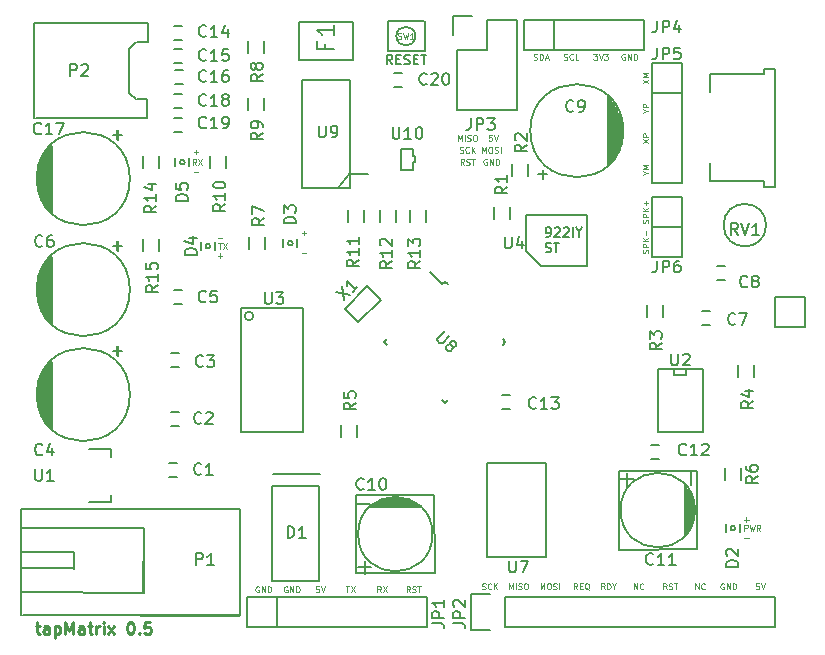
<source format=gto>
G04 #@! TF.FileFunction,Legend,Top*
%FSLAX46Y46*%
G04 Gerber Fmt 4.6, Leading zero omitted, Abs format (unit mm)*
G04 Created by KiCad (PCBNEW (2015-01-06 BZR 5261)-product) date Thursday, April 09, 2015 'PMt' 11:27:51 PM*
%MOMM*%
G01*
G04 APERTURE LIST*
%ADD10C,0.152400*%
%ADD11C,0.100000*%
%ADD12C,0.200000*%
%ADD13C,0.250000*%
%ADD14C,0.150000*%
%ADD15C,0.127000*%
G04 APERTURE END LIST*
D10*
D11*
X162147334Y-88467381D02*
X162218763Y-88491190D01*
X162337810Y-88491190D01*
X162385429Y-88467381D01*
X162409239Y-88443571D01*
X162433048Y-88395952D01*
X162433048Y-88348333D01*
X162409239Y-88300714D01*
X162385429Y-88276905D01*
X162337810Y-88253095D01*
X162242572Y-88229286D01*
X162194953Y-88205476D01*
X162171144Y-88181667D01*
X162147334Y-88134048D01*
X162147334Y-88086429D01*
X162171144Y-88038810D01*
X162194953Y-88015000D01*
X162242572Y-87991190D01*
X162361620Y-87991190D01*
X162433048Y-88015000D01*
X162599715Y-87991190D02*
X162718762Y-88491190D01*
X162814000Y-88134048D01*
X162909238Y-88491190D01*
X163028286Y-87991190D01*
X163480667Y-88491190D02*
X163194953Y-88491190D01*
X163337810Y-88491190D02*
X163337810Y-87991190D01*
X163290191Y-88062619D01*
X163242572Y-88110238D01*
X163194953Y-88134048D01*
X183336381Y-106616381D02*
X183360190Y-106544952D01*
X183360190Y-106425905D01*
X183336381Y-106378286D01*
X183312571Y-106354476D01*
X183264952Y-106330667D01*
X183217333Y-106330667D01*
X183169714Y-106354476D01*
X183145905Y-106378286D01*
X183122095Y-106425905D01*
X183098286Y-106521143D01*
X183074476Y-106568762D01*
X183050667Y-106592571D01*
X183003048Y-106616381D01*
X182955429Y-106616381D01*
X182907810Y-106592571D01*
X182884000Y-106568762D01*
X182860190Y-106521143D01*
X182860190Y-106402095D01*
X182884000Y-106330667D01*
X183360190Y-106116381D02*
X182860190Y-106116381D01*
X182860190Y-105925905D01*
X182884000Y-105878286D01*
X182907810Y-105854477D01*
X182955429Y-105830667D01*
X183026857Y-105830667D01*
X183074476Y-105854477D01*
X183098286Y-105878286D01*
X183122095Y-105925905D01*
X183122095Y-106116381D01*
X183360190Y-105616381D02*
X182860190Y-105616381D01*
X183360190Y-105330667D02*
X183074476Y-105544953D01*
X182860190Y-105330667D02*
X183145905Y-105616381D01*
X183169714Y-105116381D02*
X183169714Y-104735429D01*
X183336381Y-104076381D02*
X183360190Y-104004952D01*
X183360190Y-103885905D01*
X183336381Y-103838286D01*
X183312571Y-103814476D01*
X183264952Y-103790667D01*
X183217333Y-103790667D01*
X183169714Y-103814476D01*
X183145905Y-103838286D01*
X183122095Y-103885905D01*
X183098286Y-103981143D01*
X183074476Y-104028762D01*
X183050667Y-104052571D01*
X183003048Y-104076381D01*
X182955429Y-104076381D01*
X182907810Y-104052571D01*
X182884000Y-104028762D01*
X182860190Y-103981143D01*
X182860190Y-103862095D01*
X182884000Y-103790667D01*
X183360190Y-103576381D02*
X182860190Y-103576381D01*
X182860190Y-103385905D01*
X182884000Y-103338286D01*
X182907810Y-103314477D01*
X182955429Y-103290667D01*
X183026857Y-103290667D01*
X183074476Y-103314477D01*
X183098286Y-103338286D01*
X183122095Y-103385905D01*
X183122095Y-103576381D01*
X183360190Y-103076381D02*
X182860190Y-103076381D01*
X183360190Y-102790667D02*
X183074476Y-103004953D01*
X182860190Y-102790667D02*
X183145905Y-103076381D01*
X183169714Y-102576381D02*
X183169714Y-102195429D01*
X183360190Y-102385905D02*
X182979238Y-102385905D01*
D12*
X174726571Y-105238905D02*
X174878952Y-105238905D01*
X174955143Y-105200810D01*
X174993238Y-105162714D01*
X175069429Y-105048429D01*
X175107524Y-104896048D01*
X175107524Y-104591286D01*
X175069429Y-104515095D01*
X175031333Y-104477000D01*
X174955143Y-104438905D01*
X174802762Y-104438905D01*
X174726571Y-104477000D01*
X174688476Y-104515095D01*
X174650381Y-104591286D01*
X174650381Y-104781762D01*
X174688476Y-104857952D01*
X174726571Y-104896048D01*
X174802762Y-104934143D01*
X174955143Y-104934143D01*
X175031333Y-104896048D01*
X175069429Y-104857952D01*
X175107524Y-104781762D01*
X175412286Y-104515095D02*
X175450381Y-104477000D01*
X175526572Y-104438905D01*
X175717048Y-104438905D01*
X175793238Y-104477000D01*
X175831334Y-104515095D01*
X175869429Y-104591286D01*
X175869429Y-104667476D01*
X175831334Y-104781762D01*
X175374191Y-105238905D01*
X175869429Y-105238905D01*
X176174191Y-104515095D02*
X176212286Y-104477000D01*
X176288477Y-104438905D01*
X176478953Y-104438905D01*
X176555143Y-104477000D01*
X176593239Y-104515095D01*
X176631334Y-104591286D01*
X176631334Y-104667476D01*
X176593239Y-104781762D01*
X176136096Y-105238905D01*
X176631334Y-105238905D01*
X176974191Y-105238905D02*
X176974191Y-104438905D01*
X177507524Y-104857952D02*
X177507524Y-105238905D01*
X177240857Y-104438905D02*
X177507524Y-104857952D01*
X177774191Y-104438905D01*
X174650381Y-106520810D02*
X174764667Y-106558905D01*
X174955143Y-106558905D01*
X175031333Y-106520810D01*
X175069429Y-106482714D01*
X175107524Y-106406524D01*
X175107524Y-106330333D01*
X175069429Y-106254143D01*
X175031333Y-106216048D01*
X174955143Y-106177952D01*
X174802762Y-106139857D01*
X174726571Y-106101762D01*
X174688476Y-106063667D01*
X174650381Y-105987476D01*
X174650381Y-105911286D01*
X174688476Y-105835095D01*
X174726571Y-105797000D01*
X174802762Y-105758905D01*
X174993238Y-105758905D01*
X175107524Y-105797000D01*
X175336095Y-105758905D02*
X175793238Y-105758905D01*
X175564667Y-106558905D02*
X175564667Y-105758905D01*
D13*
X131469428Y-138215714D02*
X131850380Y-138215714D01*
X131612285Y-137882381D02*
X131612285Y-138739524D01*
X131659904Y-138834762D01*
X131755142Y-138882381D01*
X131850380Y-138882381D01*
X132612286Y-138882381D02*
X132612286Y-138358571D01*
X132564667Y-138263333D01*
X132469429Y-138215714D01*
X132278952Y-138215714D01*
X132183714Y-138263333D01*
X132612286Y-138834762D02*
X132517048Y-138882381D01*
X132278952Y-138882381D01*
X132183714Y-138834762D01*
X132136095Y-138739524D01*
X132136095Y-138644286D01*
X132183714Y-138549048D01*
X132278952Y-138501429D01*
X132517048Y-138501429D01*
X132612286Y-138453810D01*
X133088476Y-138215714D02*
X133088476Y-139215714D01*
X133088476Y-138263333D02*
X133183714Y-138215714D01*
X133374191Y-138215714D01*
X133469429Y-138263333D01*
X133517048Y-138310952D01*
X133564667Y-138406190D01*
X133564667Y-138691905D01*
X133517048Y-138787143D01*
X133469429Y-138834762D01*
X133374191Y-138882381D01*
X133183714Y-138882381D01*
X133088476Y-138834762D01*
X133993238Y-138882381D02*
X133993238Y-137882381D01*
X134326572Y-138596667D01*
X134659905Y-137882381D01*
X134659905Y-138882381D01*
X135564667Y-138882381D02*
X135564667Y-138358571D01*
X135517048Y-138263333D01*
X135421810Y-138215714D01*
X135231333Y-138215714D01*
X135136095Y-138263333D01*
X135564667Y-138834762D02*
X135469429Y-138882381D01*
X135231333Y-138882381D01*
X135136095Y-138834762D01*
X135088476Y-138739524D01*
X135088476Y-138644286D01*
X135136095Y-138549048D01*
X135231333Y-138501429D01*
X135469429Y-138501429D01*
X135564667Y-138453810D01*
X135898000Y-138215714D02*
X136278952Y-138215714D01*
X136040857Y-137882381D02*
X136040857Y-138739524D01*
X136088476Y-138834762D01*
X136183714Y-138882381D01*
X136278952Y-138882381D01*
X136612286Y-138882381D02*
X136612286Y-138215714D01*
X136612286Y-138406190D02*
X136659905Y-138310952D01*
X136707524Y-138263333D01*
X136802762Y-138215714D01*
X136898001Y-138215714D01*
X137231334Y-138882381D02*
X137231334Y-138215714D01*
X137231334Y-137882381D02*
X137183715Y-137930000D01*
X137231334Y-137977619D01*
X137278953Y-137930000D01*
X137231334Y-137882381D01*
X137231334Y-137977619D01*
X137612286Y-138882381D02*
X138136096Y-138215714D01*
X137612286Y-138215714D02*
X138136096Y-138882381D01*
X139469429Y-137882381D02*
X139564668Y-137882381D01*
X139659906Y-137930000D01*
X139707525Y-137977619D01*
X139755144Y-138072857D01*
X139802763Y-138263333D01*
X139802763Y-138501429D01*
X139755144Y-138691905D01*
X139707525Y-138787143D01*
X139659906Y-138834762D01*
X139564668Y-138882381D01*
X139469429Y-138882381D01*
X139374191Y-138834762D01*
X139326572Y-138787143D01*
X139278953Y-138691905D01*
X139231334Y-138501429D01*
X139231334Y-138263333D01*
X139278953Y-138072857D01*
X139326572Y-137977619D01*
X139374191Y-137930000D01*
X139469429Y-137882381D01*
X140231334Y-138787143D02*
X140278953Y-138834762D01*
X140231334Y-138882381D01*
X140183715Y-138834762D01*
X140231334Y-138787143D01*
X140231334Y-138882381D01*
X141183715Y-137882381D02*
X140707524Y-137882381D01*
X140659905Y-138358571D01*
X140707524Y-138310952D01*
X140802762Y-138263333D01*
X141040858Y-138263333D01*
X141136096Y-138310952D01*
X141183715Y-138358571D01*
X141231334Y-138453810D01*
X141231334Y-138691905D01*
X141183715Y-138787143D01*
X141136096Y-138834762D01*
X141040858Y-138882381D01*
X140802762Y-138882381D01*
X140707524Y-138834762D01*
X140659905Y-138787143D01*
D11*
X191452524Y-130718714D02*
X191833476Y-130718714D01*
X191452524Y-129194714D02*
X191833476Y-129194714D01*
X191643000Y-129385190D02*
X191643000Y-129004238D01*
X191484334Y-130147190D02*
X191484334Y-129647190D01*
X191674810Y-129647190D01*
X191722429Y-129671000D01*
X191746238Y-129694810D01*
X191770048Y-129742429D01*
X191770048Y-129813857D01*
X191746238Y-129861476D01*
X191722429Y-129885286D01*
X191674810Y-129909095D01*
X191484334Y-129909095D01*
X191936715Y-129647190D02*
X192055762Y-130147190D01*
X192151000Y-129790048D01*
X192246238Y-130147190D01*
X192365286Y-129647190D01*
X192841477Y-130147190D02*
X192674810Y-129909095D01*
X192555763Y-130147190D02*
X192555763Y-129647190D01*
X192746239Y-129647190D01*
X192793858Y-129671000D01*
X192817667Y-129694810D01*
X192841477Y-129742429D01*
X192841477Y-129813857D01*
X192817667Y-129861476D01*
X192793858Y-129885286D01*
X192746239Y-129909095D01*
X192555763Y-129909095D01*
X145077667Y-99159190D02*
X144911000Y-98921095D01*
X144791953Y-99159190D02*
X144791953Y-98659190D01*
X144982429Y-98659190D01*
X145030048Y-98683000D01*
X145053857Y-98706810D01*
X145077667Y-98754429D01*
X145077667Y-98825857D01*
X145053857Y-98873476D01*
X145030048Y-98897286D01*
X144982429Y-98921095D01*
X144791953Y-98921095D01*
X145244334Y-98659190D02*
X145577667Y-99159190D01*
X145577667Y-98659190D02*
X145244334Y-99159190D01*
X144843524Y-98079714D02*
X145224476Y-98079714D01*
X145034000Y-98270190D02*
X145034000Y-97889238D01*
X144843524Y-99730714D02*
X145224476Y-99730714D01*
X146939048Y-105771190D02*
X147224762Y-105771190D01*
X147081905Y-106271190D02*
X147081905Y-105771190D01*
X147343810Y-105771190D02*
X147677143Y-106271190D01*
X147677143Y-105771190D02*
X147343810Y-106271190D01*
X146875524Y-105318714D02*
X147256476Y-105318714D01*
X146875524Y-106842714D02*
X147256476Y-106842714D01*
X147066000Y-107033190D02*
X147066000Y-106652238D01*
X153987524Y-106588714D02*
X154368476Y-106588714D01*
X154368476Y-104937714D02*
X153987524Y-104937714D01*
X154178000Y-105128190D02*
X154178000Y-104747238D01*
X183122095Y-99853714D02*
X183360190Y-99853714D01*
X182860190Y-100020381D02*
X183122095Y-99853714D01*
X182860190Y-99687048D01*
X183360190Y-99520381D02*
X182860190Y-99520381D01*
X183217333Y-99353715D01*
X182860190Y-99187048D01*
X183360190Y-99187048D01*
X182860190Y-97317666D02*
X183360190Y-96984333D01*
X182860190Y-96984333D02*
X183360190Y-97317666D01*
X183360190Y-96793857D02*
X182860190Y-96793857D01*
X182860190Y-96603381D01*
X182884000Y-96555762D01*
X182907810Y-96531953D01*
X182955429Y-96508143D01*
X183026857Y-96508143D01*
X183074476Y-96531953D01*
X183098286Y-96555762D01*
X183122095Y-96603381D01*
X183122095Y-96793857D01*
X183122095Y-94610999D02*
X183360190Y-94610999D01*
X182860190Y-94777666D02*
X183122095Y-94610999D01*
X182860190Y-94444333D01*
X183360190Y-94277666D02*
X182860190Y-94277666D01*
X182860190Y-94087190D01*
X182884000Y-94039571D01*
X182907810Y-94015762D01*
X182955429Y-93991952D01*
X183026857Y-93991952D01*
X183074476Y-94015762D01*
X183098286Y-94039571D01*
X183122095Y-94087190D01*
X183122095Y-94277666D01*
X182860190Y-92273380D02*
X183360190Y-91940047D01*
X182860190Y-91940047D02*
X183360190Y-92273380D01*
X183360190Y-91749571D02*
X182860190Y-91749571D01*
X183217333Y-91582905D01*
X182860190Y-91416238D01*
X183360190Y-91416238D01*
X169672047Y-98683000D02*
X169624428Y-98659190D01*
X169553000Y-98659190D01*
X169481571Y-98683000D01*
X169433952Y-98730619D01*
X169410143Y-98778238D01*
X169386333Y-98873476D01*
X169386333Y-98944905D01*
X169410143Y-99040143D01*
X169433952Y-99087762D01*
X169481571Y-99135381D01*
X169553000Y-99159190D01*
X169600619Y-99159190D01*
X169672047Y-99135381D01*
X169695857Y-99111571D01*
X169695857Y-98944905D01*
X169600619Y-98944905D01*
X169910143Y-99159190D02*
X169910143Y-98659190D01*
X170195857Y-99159190D01*
X170195857Y-98659190D01*
X170433953Y-99159190D02*
X170433953Y-98659190D01*
X170553000Y-98659190D01*
X170624429Y-98683000D01*
X170672048Y-98730619D01*
X170695857Y-98778238D01*
X170719667Y-98873476D01*
X170719667Y-98944905D01*
X170695857Y-99040143D01*
X170672048Y-99087762D01*
X170624429Y-99135381D01*
X170553000Y-99159190D01*
X170433953Y-99159190D01*
X169267286Y-98143190D02*
X169267286Y-97643190D01*
X169433952Y-98000333D01*
X169600619Y-97643190D01*
X169600619Y-98143190D01*
X169933953Y-97643190D02*
X170029191Y-97643190D01*
X170076810Y-97667000D01*
X170124429Y-97714619D01*
X170148238Y-97809857D01*
X170148238Y-97976524D01*
X170124429Y-98071762D01*
X170076810Y-98119381D01*
X170029191Y-98143190D01*
X169933953Y-98143190D01*
X169886334Y-98119381D01*
X169838715Y-98071762D01*
X169814905Y-97976524D01*
X169814905Y-97809857D01*
X169838715Y-97714619D01*
X169886334Y-97667000D01*
X169933953Y-97643190D01*
X170338715Y-98119381D02*
X170410144Y-98143190D01*
X170529191Y-98143190D01*
X170576810Y-98119381D01*
X170600620Y-98095571D01*
X170624429Y-98047952D01*
X170624429Y-98000333D01*
X170600620Y-97952714D01*
X170576810Y-97928905D01*
X170529191Y-97905095D01*
X170433953Y-97881286D01*
X170386334Y-97857476D01*
X170362525Y-97833667D01*
X170338715Y-97786048D01*
X170338715Y-97738429D01*
X170362525Y-97690810D01*
X170386334Y-97667000D01*
X170433953Y-97643190D01*
X170553001Y-97643190D01*
X170624429Y-97667000D01*
X170838715Y-98143190D02*
X170838715Y-97643190D01*
X170084763Y-96627190D02*
X169846668Y-96627190D01*
X169822858Y-96865286D01*
X169846668Y-96841476D01*
X169894287Y-96817667D01*
X170013334Y-96817667D01*
X170060953Y-96841476D01*
X170084763Y-96865286D01*
X170108572Y-96912905D01*
X170108572Y-97031952D01*
X170084763Y-97079571D01*
X170060953Y-97103381D01*
X170013334Y-97127190D01*
X169894287Y-97127190D01*
X169846668Y-97103381D01*
X169822858Y-97079571D01*
X170251429Y-96627190D02*
X170418096Y-97127190D01*
X170584762Y-96627190D01*
X167747191Y-99159190D02*
X167580524Y-98921095D01*
X167461477Y-99159190D02*
X167461477Y-98659190D01*
X167651953Y-98659190D01*
X167699572Y-98683000D01*
X167723381Y-98706810D01*
X167747191Y-98754429D01*
X167747191Y-98825857D01*
X167723381Y-98873476D01*
X167699572Y-98897286D01*
X167651953Y-98921095D01*
X167461477Y-98921095D01*
X167937667Y-99135381D02*
X168009096Y-99159190D01*
X168128143Y-99159190D01*
X168175762Y-99135381D01*
X168199572Y-99111571D01*
X168223381Y-99063952D01*
X168223381Y-99016333D01*
X168199572Y-98968714D01*
X168175762Y-98944905D01*
X168128143Y-98921095D01*
X168032905Y-98897286D01*
X167985286Y-98873476D01*
X167961477Y-98849667D01*
X167937667Y-98802048D01*
X167937667Y-98754429D01*
X167961477Y-98706810D01*
X167985286Y-98683000D01*
X168032905Y-98659190D01*
X168151953Y-98659190D01*
X168223381Y-98683000D01*
X168366238Y-98659190D02*
X168651952Y-98659190D01*
X168509095Y-99159190D02*
X168509095Y-98659190D01*
X167378143Y-98119381D02*
X167449572Y-98143190D01*
X167568619Y-98143190D01*
X167616238Y-98119381D01*
X167640048Y-98095571D01*
X167663857Y-98047952D01*
X167663857Y-98000333D01*
X167640048Y-97952714D01*
X167616238Y-97928905D01*
X167568619Y-97905095D01*
X167473381Y-97881286D01*
X167425762Y-97857476D01*
X167401953Y-97833667D01*
X167378143Y-97786048D01*
X167378143Y-97738429D01*
X167401953Y-97690810D01*
X167425762Y-97667000D01*
X167473381Y-97643190D01*
X167592429Y-97643190D01*
X167663857Y-97667000D01*
X168163857Y-98095571D02*
X168140047Y-98119381D01*
X168068619Y-98143190D01*
X168021000Y-98143190D01*
X167949571Y-98119381D01*
X167901952Y-98071762D01*
X167878143Y-98024143D01*
X167854333Y-97928905D01*
X167854333Y-97857476D01*
X167878143Y-97762238D01*
X167901952Y-97714619D01*
X167949571Y-97667000D01*
X168021000Y-97643190D01*
X168068619Y-97643190D01*
X168140047Y-97667000D01*
X168163857Y-97690810D01*
X168378143Y-98143190D02*
X168378143Y-97643190D01*
X168663857Y-98143190D02*
X168449571Y-97857476D01*
X168663857Y-97643190D02*
X168378143Y-97928905D01*
X167235286Y-97127190D02*
X167235286Y-96627190D01*
X167401952Y-96984333D01*
X167568619Y-96627190D01*
X167568619Y-97127190D01*
X167806715Y-97127190D02*
X167806715Y-96627190D01*
X168021000Y-97103381D02*
X168092429Y-97127190D01*
X168211476Y-97127190D01*
X168259095Y-97103381D01*
X168282905Y-97079571D01*
X168306714Y-97031952D01*
X168306714Y-96984333D01*
X168282905Y-96936714D01*
X168259095Y-96912905D01*
X168211476Y-96889095D01*
X168116238Y-96865286D01*
X168068619Y-96841476D01*
X168044810Y-96817667D01*
X168021000Y-96770048D01*
X168021000Y-96722429D01*
X168044810Y-96674810D01*
X168068619Y-96651000D01*
X168116238Y-96627190D01*
X168235286Y-96627190D01*
X168306714Y-96651000D01*
X168616238Y-96627190D02*
X168711476Y-96627190D01*
X168759095Y-96651000D01*
X168806714Y-96698619D01*
X168830523Y-96793857D01*
X168830523Y-96960524D01*
X168806714Y-97055762D01*
X168759095Y-97103381D01*
X168711476Y-97127190D01*
X168616238Y-97127190D01*
X168568619Y-97103381D01*
X168521000Y-97055762D01*
X168497190Y-96960524D01*
X168497190Y-96793857D01*
X168521000Y-96698619D01*
X168568619Y-96651000D01*
X168616238Y-96627190D01*
X181356047Y-89793000D02*
X181308428Y-89769190D01*
X181237000Y-89769190D01*
X181165571Y-89793000D01*
X181117952Y-89840619D01*
X181094143Y-89888238D01*
X181070333Y-89983476D01*
X181070333Y-90054905D01*
X181094143Y-90150143D01*
X181117952Y-90197762D01*
X181165571Y-90245381D01*
X181237000Y-90269190D01*
X181284619Y-90269190D01*
X181356047Y-90245381D01*
X181379857Y-90221571D01*
X181379857Y-90054905D01*
X181284619Y-90054905D01*
X181594143Y-90269190D02*
X181594143Y-89769190D01*
X181879857Y-90269190D01*
X181879857Y-89769190D01*
X182117953Y-90269190D02*
X182117953Y-89769190D01*
X182237000Y-89769190D01*
X182308429Y-89793000D01*
X182356048Y-89840619D01*
X182379857Y-89888238D01*
X182403667Y-89983476D01*
X182403667Y-90054905D01*
X182379857Y-90150143D01*
X182356048Y-90197762D01*
X182308429Y-90245381D01*
X182237000Y-90269190D01*
X182117953Y-90269190D01*
X178704954Y-89769190D02*
X179014477Y-89769190D01*
X178847811Y-89959667D01*
X178919239Y-89959667D01*
X178966858Y-89983476D01*
X178990668Y-90007286D01*
X179014477Y-90054905D01*
X179014477Y-90173952D01*
X178990668Y-90221571D01*
X178966858Y-90245381D01*
X178919239Y-90269190D01*
X178776382Y-90269190D01*
X178728763Y-90245381D01*
X178704954Y-90221571D01*
X179157334Y-89769190D02*
X179324001Y-90269190D01*
X179490667Y-89769190D01*
X179609715Y-89769190D02*
X179919238Y-89769190D01*
X179752572Y-89959667D01*
X179824000Y-89959667D01*
X179871619Y-89983476D01*
X179895429Y-90007286D01*
X179919238Y-90054905D01*
X179919238Y-90173952D01*
X179895429Y-90221571D01*
X179871619Y-90245381D01*
X179824000Y-90269190D01*
X179681143Y-90269190D01*
X179633524Y-90245381D01*
X179609715Y-90221571D01*
X176188762Y-90245381D02*
X176260191Y-90269190D01*
X176379238Y-90269190D01*
X176426857Y-90245381D01*
X176450667Y-90221571D01*
X176474476Y-90173952D01*
X176474476Y-90126333D01*
X176450667Y-90078714D01*
X176426857Y-90054905D01*
X176379238Y-90031095D01*
X176284000Y-90007286D01*
X176236381Y-89983476D01*
X176212572Y-89959667D01*
X176188762Y-89912048D01*
X176188762Y-89864429D01*
X176212572Y-89816810D01*
X176236381Y-89793000D01*
X176284000Y-89769190D01*
X176403048Y-89769190D01*
X176474476Y-89793000D01*
X176974476Y-90221571D02*
X176950666Y-90245381D01*
X176879238Y-90269190D01*
X176831619Y-90269190D01*
X176760190Y-90245381D01*
X176712571Y-90197762D01*
X176688762Y-90150143D01*
X176664952Y-90054905D01*
X176664952Y-89983476D01*
X176688762Y-89888238D01*
X176712571Y-89840619D01*
X176760190Y-89793000D01*
X176831619Y-89769190D01*
X176879238Y-89769190D01*
X176950666Y-89793000D01*
X176974476Y-89816810D01*
X177426857Y-90269190D02*
X177188762Y-90269190D01*
X177188762Y-89769190D01*
X173636858Y-90245381D02*
X173708287Y-90269190D01*
X173827334Y-90269190D01*
X173874953Y-90245381D01*
X173898763Y-90221571D01*
X173922572Y-90173952D01*
X173922572Y-90126333D01*
X173898763Y-90078714D01*
X173874953Y-90054905D01*
X173827334Y-90031095D01*
X173732096Y-90007286D01*
X173684477Y-89983476D01*
X173660668Y-89959667D01*
X173636858Y-89912048D01*
X173636858Y-89864429D01*
X173660668Y-89816810D01*
X173684477Y-89793000D01*
X173732096Y-89769190D01*
X173851144Y-89769190D01*
X173922572Y-89793000D01*
X174136858Y-90269190D02*
X174136858Y-89769190D01*
X174255905Y-89769190D01*
X174327334Y-89793000D01*
X174374953Y-89840619D01*
X174398762Y-89888238D01*
X174422572Y-89983476D01*
X174422572Y-90054905D01*
X174398762Y-90150143D01*
X174374953Y-90197762D01*
X174327334Y-90245381D01*
X174255905Y-90269190D01*
X174136858Y-90269190D01*
X174613048Y-90126333D02*
X174851143Y-90126333D01*
X174565429Y-90269190D02*
X174732096Y-89769190D01*
X174898762Y-90269190D01*
X192690763Y-134600190D02*
X192452668Y-134600190D01*
X192428858Y-134838286D01*
X192452668Y-134814476D01*
X192500287Y-134790667D01*
X192619334Y-134790667D01*
X192666953Y-134814476D01*
X192690763Y-134838286D01*
X192714572Y-134885905D01*
X192714572Y-135004952D01*
X192690763Y-135052571D01*
X192666953Y-135076381D01*
X192619334Y-135100190D01*
X192500287Y-135100190D01*
X192452668Y-135076381D01*
X192428858Y-135052571D01*
X192857429Y-134600190D02*
X193024096Y-135100190D01*
X193190762Y-134600190D01*
X189738047Y-134624000D02*
X189690428Y-134600190D01*
X189619000Y-134600190D01*
X189547571Y-134624000D01*
X189499952Y-134671619D01*
X189476143Y-134719238D01*
X189452333Y-134814476D01*
X189452333Y-134885905D01*
X189476143Y-134981143D01*
X189499952Y-135028762D01*
X189547571Y-135076381D01*
X189619000Y-135100190D01*
X189666619Y-135100190D01*
X189738047Y-135076381D01*
X189761857Y-135052571D01*
X189761857Y-134885905D01*
X189666619Y-134885905D01*
X189976143Y-135100190D02*
X189976143Y-134600190D01*
X190261857Y-135100190D01*
X190261857Y-134600190D01*
X190499953Y-135100190D02*
X190499953Y-134600190D01*
X190619000Y-134600190D01*
X190690429Y-134624000D01*
X190738048Y-134671619D01*
X190761857Y-134719238D01*
X190785667Y-134814476D01*
X190785667Y-134885905D01*
X190761857Y-134981143D01*
X190738048Y-135028762D01*
X190690429Y-135076381D01*
X190619000Y-135100190D01*
X190499953Y-135100190D01*
X187313143Y-135100190D02*
X187313143Y-134600190D01*
X187598857Y-135100190D01*
X187598857Y-134600190D01*
X188122667Y-135052571D02*
X188098857Y-135076381D01*
X188027429Y-135100190D01*
X187979810Y-135100190D01*
X187908381Y-135076381D01*
X187860762Y-135028762D01*
X187836953Y-134981143D01*
X187813143Y-134885905D01*
X187813143Y-134814476D01*
X187836953Y-134719238D01*
X187860762Y-134671619D01*
X187908381Y-134624000D01*
X187979810Y-134600190D01*
X188027429Y-134600190D01*
X188098857Y-134624000D01*
X188122667Y-134647810D01*
X184892191Y-135100190D02*
X184725524Y-134862095D01*
X184606477Y-135100190D02*
X184606477Y-134600190D01*
X184796953Y-134600190D01*
X184844572Y-134624000D01*
X184868381Y-134647810D01*
X184892191Y-134695429D01*
X184892191Y-134766857D01*
X184868381Y-134814476D01*
X184844572Y-134838286D01*
X184796953Y-134862095D01*
X184606477Y-134862095D01*
X185082667Y-135076381D02*
X185154096Y-135100190D01*
X185273143Y-135100190D01*
X185320762Y-135076381D01*
X185344572Y-135052571D01*
X185368381Y-135004952D01*
X185368381Y-134957333D01*
X185344572Y-134909714D01*
X185320762Y-134885905D01*
X185273143Y-134862095D01*
X185177905Y-134838286D01*
X185130286Y-134814476D01*
X185106477Y-134790667D01*
X185082667Y-134743048D01*
X185082667Y-134695429D01*
X185106477Y-134647810D01*
X185130286Y-134624000D01*
X185177905Y-134600190D01*
X185296953Y-134600190D01*
X185368381Y-134624000D01*
X185511238Y-134600190D02*
X185796952Y-134600190D01*
X185654095Y-135100190D02*
X185654095Y-134600190D01*
X182106143Y-135100190D02*
X182106143Y-134600190D01*
X182391857Y-135100190D01*
X182391857Y-134600190D01*
X182915667Y-135052571D02*
X182891857Y-135076381D01*
X182820429Y-135100190D01*
X182772810Y-135100190D01*
X182701381Y-135076381D01*
X182653762Y-135028762D01*
X182629953Y-134981143D01*
X182606143Y-134885905D01*
X182606143Y-134814476D01*
X182629953Y-134719238D01*
X182653762Y-134671619D01*
X182701381Y-134624000D01*
X182772810Y-134600190D01*
X182820429Y-134600190D01*
X182891857Y-134624000D01*
X182915667Y-134647810D01*
X179649477Y-135100190D02*
X179482810Y-134862095D01*
X179363763Y-135100190D02*
X179363763Y-134600190D01*
X179554239Y-134600190D01*
X179601858Y-134624000D01*
X179625667Y-134647810D01*
X179649477Y-134695429D01*
X179649477Y-134766857D01*
X179625667Y-134814476D01*
X179601858Y-134838286D01*
X179554239Y-134862095D01*
X179363763Y-134862095D01*
X179863763Y-135100190D02*
X179863763Y-134600190D01*
X179982810Y-134600190D01*
X180054239Y-134624000D01*
X180101858Y-134671619D01*
X180125667Y-134719238D01*
X180149477Y-134814476D01*
X180149477Y-134885905D01*
X180125667Y-134981143D01*
X180101858Y-135028762D01*
X180054239Y-135076381D01*
X179982810Y-135100190D01*
X179863763Y-135100190D01*
X180459001Y-134862095D02*
X180459001Y-135100190D01*
X180292334Y-134600190D02*
X180459001Y-134862095D01*
X180625667Y-134600190D01*
X177339667Y-135100190D02*
X177173000Y-134862095D01*
X177053953Y-135100190D02*
X177053953Y-134600190D01*
X177244429Y-134600190D01*
X177292048Y-134624000D01*
X177315857Y-134647810D01*
X177339667Y-134695429D01*
X177339667Y-134766857D01*
X177315857Y-134814476D01*
X177292048Y-134838286D01*
X177244429Y-134862095D01*
X177053953Y-134862095D01*
X177553953Y-134838286D02*
X177720619Y-134838286D01*
X177792048Y-135100190D02*
X177553953Y-135100190D01*
X177553953Y-134600190D01*
X177792048Y-134600190D01*
X178339667Y-135147810D02*
X178292048Y-135124000D01*
X178244429Y-135076381D01*
X178173000Y-135004952D01*
X178125381Y-134981143D01*
X178077762Y-134981143D01*
X178101572Y-135100190D02*
X178053953Y-135076381D01*
X178006334Y-135028762D01*
X177982524Y-134933524D01*
X177982524Y-134766857D01*
X178006334Y-134671619D01*
X178053953Y-134624000D01*
X178101572Y-134600190D01*
X178196810Y-134600190D01*
X178244429Y-134624000D01*
X178292048Y-134671619D01*
X178315857Y-134766857D01*
X178315857Y-134933524D01*
X178292048Y-135028762D01*
X178244429Y-135076381D01*
X178196810Y-135100190D01*
X178101572Y-135100190D01*
X174220286Y-135100190D02*
X174220286Y-134600190D01*
X174386952Y-134957333D01*
X174553619Y-134600190D01*
X174553619Y-135100190D01*
X174886953Y-134600190D02*
X174982191Y-134600190D01*
X175029810Y-134624000D01*
X175077429Y-134671619D01*
X175101238Y-134766857D01*
X175101238Y-134933524D01*
X175077429Y-135028762D01*
X175029810Y-135076381D01*
X174982191Y-135100190D01*
X174886953Y-135100190D01*
X174839334Y-135076381D01*
X174791715Y-135028762D01*
X174767905Y-134933524D01*
X174767905Y-134766857D01*
X174791715Y-134671619D01*
X174839334Y-134624000D01*
X174886953Y-134600190D01*
X175291715Y-135076381D02*
X175363144Y-135100190D01*
X175482191Y-135100190D01*
X175529810Y-135076381D01*
X175553620Y-135052571D01*
X175577429Y-135004952D01*
X175577429Y-134957333D01*
X175553620Y-134909714D01*
X175529810Y-134885905D01*
X175482191Y-134862095D01*
X175386953Y-134838286D01*
X175339334Y-134814476D01*
X175315525Y-134790667D01*
X175291715Y-134743048D01*
X175291715Y-134695429D01*
X175315525Y-134647810D01*
X175339334Y-134624000D01*
X175386953Y-134600190D01*
X175506001Y-134600190D01*
X175577429Y-134624000D01*
X175791715Y-135100190D02*
X175791715Y-134600190D01*
X171553286Y-135100190D02*
X171553286Y-134600190D01*
X171719952Y-134957333D01*
X171886619Y-134600190D01*
X171886619Y-135100190D01*
X172124715Y-135100190D02*
X172124715Y-134600190D01*
X172339000Y-135076381D02*
X172410429Y-135100190D01*
X172529476Y-135100190D01*
X172577095Y-135076381D01*
X172600905Y-135052571D01*
X172624714Y-135004952D01*
X172624714Y-134957333D01*
X172600905Y-134909714D01*
X172577095Y-134885905D01*
X172529476Y-134862095D01*
X172434238Y-134838286D01*
X172386619Y-134814476D01*
X172362810Y-134790667D01*
X172339000Y-134743048D01*
X172339000Y-134695429D01*
X172362810Y-134647810D01*
X172386619Y-134624000D01*
X172434238Y-134600190D01*
X172553286Y-134600190D01*
X172624714Y-134624000D01*
X172934238Y-134600190D02*
X173029476Y-134600190D01*
X173077095Y-134624000D01*
X173124714Y-134671619D01*
X173148523Y-134766857D01*
X173148523Y-134933524D01*
X173124714Y-135028762D01*
X173077095Y-135076381D01*
X173029476Y-135100190D01*
X172934238Y-135100190D01*
X172886619Y-135076381D01*
X172839000Y-135028762D01*
X172815190Y-134933524D01*
X172815190Y-134766857D01*
X172839000Y-134671619D01*
X172886619Y-134624000D01*
X172934238Y-134600190D01*
X169283143Y-135076381D02*
X169354572Y-135100190D01*
X169473619Y-135100190D01*
X169521238Y-135076381D01*
X169545048Y-135052571D01*
X169568857Y-135004952D01*
X169568857Y-134957333D01*
X169545048Y-134909714D01*
X169521238Y-134885905D01*
X169473619Y-134862095D01*
X169378381Y-134838286D01*
X169330762Y-134814476D01*
X169306953Y-134790667D01*
X169283143Y-134743048D01*
X169283143Y-134695429D01*
X169306953Y-134647810D01*
X169330762Y-134624000D01*
X169378381Y-134600190D01*
X169497429Y-134600190D01*
X169568857Y-134624000D01*
X170068857Y-135052571D02*
X170045047Y-135076381D01*
X169973619Y-135100190D01*
X169926000Y-135100190D01*
X169854571Y-135076381D01*
X169806952Y-135028762D01*
X169783143Y-134981143D01*
X169759333Y-134885905D01*
X169759333Y-134814476D01*
X169783143Y-134719238D01*
X169806952Y-134671619D01*
X169854571Y-134624000D01*
X169926000Y-134600190D01*
X169973619Y-134600190D01*
X170045047Y-134624000D01*
X170068857Y-134647810D01*
X170283143Y-135100190D02*
X170283143Y-134600190D01*
X170568857Y-135100190D02*
X170354571Y-134814476D01*
X170568857Y-134600190D02*
X170283143Y-134885905D01*
X160698667Y-135354190D02*
X160532000Y-135116095D01*
X160412953Y-135354190D02*
X160412953Y-134854190D01*
X160603429Y-134854190D01*
X160651048Y-134878000D01*
X160674857Y-134901810D01*
X160698667Y-134949429D01*
X160698667Y-135020857D01*
X160674857Y-135068476D01*
X160651048Y-135092286D01*
X160603429Y-135116095D01*
X160412953Y-135116095D01*
X160865334Y-134854190D02*
X161198667Y-135354190D01*
X161198667Y-134854190D02*
X160865334Y-135354190D01*
X163175191Y-135354190D02*
X163008524Y-135116095D01*
X162889477Y-135354190D02*
X162889477Y-134854190D01*
X163079953Y-134854190D01*
X163127572Y-134878000D01*
X163151381Y-134901810D01*
X163175191Y-134949429D01*
X163175191Y-135020857D01*
X163151381Y-135068476D01*
X163127572Y-135092286D01*
X163079953Y-135116095D01*
X162889477Y-135116095D01*
X163365667Y-135330381D02*
X163437096Y-135354190D01*
X163556143Y-135354190D01*
X163603762Y-135330381D01*
X163627572Y-135306571D01*
X163651381Y-135258952D01*
X163651381Y-135211333D01*
X163627572Y-135163714D01*
X163603762Y-135139905D01*
X163556143Y-135116095D01*
X163460905Y-135092286D01*
X163413286Y-135068476D01*
X163389477Y-135044667D01*
X163365667Y-134997048D01*
X163365667Y-134949429D01*
X163389477Y-134901810D01*
X163413286Y-134878000D01*
X163460905Y-134854190D01*
X163579953Y-134854190D01*
X163651381Y-134878000D01*
X163794238Y-134854190D02*
X164079952Y-134854190D01*
X163937095Y-135354190D02*
X163937095Y-134854190D01*
X157734048Y-134854190D02*
X158019762Y-134854190D01*
X157876905Y-135354190D02*
X157876905Y-134854190D01*
X158138810Y-134854190D02*
X158472143Y-135354190D01*
X158472143Y-134854190D02*
X158138810Y-135354190D01*
X155479763Y-134854190D02*
X155241668Y-134854190D01*
X155217858Y-135092286D01*
X155241668Y-135068476D01*
X155289287Y-135044667D01*
X155408334Y-135044667D01*
X155455953Y-135068476D01*
X155479763Y-135092286D01*
X155503572Y-135139905D01*
X155503572Y-135258952D01*
X155479763Y-135306571D01*
X155455953Y-135330381D01*
X155408334Y-135354190D01*
X155289287Y-135354190D01*
X155241668Y-135330381D01*
X155217858Y-135306571D01*
X155646429Y-134854190D02*
X155813096Y-135354190D01*
X155979762Y-134854190D01*
X152781047Y-134878000D02*
X152733428Y-134854190D01*
X152662000Y-134854190D01*
X152590571Y-134878000D01*
X152542952Y-134925619D01*
X152519143Y-134973238D01*
X152495333Y-135068476D01*
X152495333Y-135139905D01*
X152519143Y-135235143D01*
X152542952Y-135282762D01*
X152590571Y-135330381D01*
X152662000Y-135354190D01*
X152709619Y-135354190D01*
X152781047Y-135330381D01*
X152804857Y-135306571D01*
X152804857Y-135139905D01*
X152709619Y-135139905D01*
X153019143Y-135354190D02*
X153019143Y-134854190D01*
X153304857Y-135354190D01*
X153304857Y-134854190D01*
X153542953Y-135354190D02*
X153542953Y-134854190D01*
X153662000Y-134854190D01*
X153733429Y-134878000D01*
X153781048Y-134925619D01*
X153804857Y-134973238D01*
X153828667Y-135068476D01*
X153828667Y-135139905D01*
X153804857Y-135235143D01*
X153781048Y-135282762D01*
X153733429Y-135330381D01*
X153662000Y-135354190D01*
X153542953Y-135354190D01*
X150368047Y-134878000D02*
X150320428Y-134854190D01*
X150249000Y-134854190D01*
X150177571Y-134878000D01*
X150129952Y-134925619D01*
X150106143Y-134973238D01*
X150082333Y-135068476D01*
X150082333Y-135139905D01*
X150106143Y-135235143D01*
X150129952Y-135282762D01*
X150177571Y-135330381D01*
X150249000Y-135354190D01*
X150296619Y-135354190D01*
X150368047Y-135330381D01*
X150391857Y-135306571D01*
X150391857Y-135139905D01*
X150296619Y-135139905D01*
X150606143Y-135354190D02*
X150606143Y-134854190D01*
X150891857Y-135354190D01*
X150891857Y-134854190D01*
X151129953Y-135354190D02*
X151129953Y-134854190D01*
X151249000Y-134854190D01*
X151320429Y-134878000D01*
X151368048Y-134925619D01*
X151391857Y-134973238D01*
X151415667Y-135068476D01*
X151415667Y-135139905D01*
X151391857Y-135235143D01*
X151368048Y-135282762D01*
X151320429Y-135330381D01*
X151249000Y-135354190D01*
X151129953Y-135354190D01*
D14*
X194056000Y-112903000D02*
X196596000Y-112903000D01*
X196596000Y-112903000D02*
X196596000Y-110363000D01*
X196596000Y-110363000D02*
X194056000Y-110363000D01*
X194056000Y-110363000D02*
X194056000Y-112903000D01*
X140639800Y-129984500D02*
X140589000Y-135394700D01*
X130352800Y-135343900D02*
X140639800Y-135420100D01*
X140639800Y-135420100D02*
X140639800Y-129933700D01*
X140639800Y-129933700D02*
X130302000Y-129908300D01*
X134696200Y-131965700D02*
X130225800Y-131940300D01*
X134747000Y-133362700D02*
X134747000Y-131965700D01*
X130314700Y-133337300D02*
X134670800Y-133337300D01*
X134670800Y-133337300D02*
X130314700Y-133337300D01*
X130196000Y-137288000D02*
X130196000Y-128288000D01*
X148796000Y-128288000D02*
X130196000Y-128288000D01*
X148796000Y-137288000D02*
X148796000Y-128288000D01*
X145796000Y-137288000D02*
X148796000Y-137288000D01*
X148729700Y-137337800D02*
X145681700Y-137337800D01*
X145796000Y-137288000D02*
X130396000Y-137288000D01*
X135051800Y-137299700D02*
X145605500Y-137375900D01*
X164414000Y-89565000D02*
X164414000Y-86965000D01*
X161314000Y-86965000D02*
X164314000Y-86965000D01*
X164314000Y-89565000D02*
X161314000Y-89565000D01*
X161314000Y-89565000D02*
X161314000Y-86965000D01*
X163614000Y-88265000D02*
G75*
G03X163614000Y-88265000I-800000J0D01*
G01*
X146250000Y-106045000D02*
G75*
G03X146250000Y-106045000I-200000J0D01*
G01*
X145450000Y-106395000D02*
X145450000Y-105695000D01*
X146650000Y-105695000D02*
X146650000Y-106395000D01*
X140549000Y-106418000D02*
X140549000Y-105418000D01*
X141899000Y-105418000D02*
X141899000Y-106418000D01*
X144091000Y-98933000D02*
G75*
G03X144091000Y-98933000I-200000J0D01*
G01*
X144491000Y-98583000D02*
X144491000Y-99283000D01*
X143291000Y-99283000D02*
X143291000Y-98583000D01*
X158115000Y-99822000D02*
X157099000Y-101092000D01*
X158115000Y-91948000D02*
X158115000Y-99822000D01*
X154051000Y-91948000D02*
X158115000Y-91948000D01*
X154051000Y-101092000D02*
X154051000Y-91948000D01*
X158115000Y-101092000D02*
X154051000Y-101092000D01*
X158115000Y-99949000D02*
X158115000Y-101092000D01*
X159639000Y-99949000D02*
X158115000Y-99949000D01*
X181102000Y-97409000D02*
X180340000Y-98679000D01*
X181102000Y-95377000D02*
X181102000Y-97409000D01*
X181102000Y-97028000D02*
X181102000Y-95377000D01*
X180975000Y-97536000D02*
X181102000Y-97028000D01*
X180975000Y-95123000D02*
X180975000Y-97536000D01*
X180848000Y-94742000D02*
X180975000Y-95123000D01*
X180848000Y-97917000D02*
X180848000Y-94742000D01*
X180721000Y-98044000D02*
X180848000Y-97917000D01*
X180721000Y-94488000D02*
X180721000Y-98044000D01*
X180594000Y-94234000D02*
X180721000Y-94488000D01*
X180594000Y-98171000D02*
X180594000Y-94234000D01*
X180467000Y-98425000D02*
X180594000Y-98171000D01*
X180467000Y-94107000D02*
X180467000Y-98425000D01*
X180340000Y-93853000D02*
X180467000Y-94107000D01*
X180340000Y-98679000D02*
X180340000Y-93853000D01*
X180213000Y-98806000D02*
X180340000Y-98679000D01*
X180213000Y-93726000D02*
X180213000Y-98806000D01*
X180086000Y-93472000D02*
X180213000Y-93726000D01*
X180086000Y-98933000D02*
X180086000Y-93472000D01*
X179959000Y-99060000D02*
X180086000Y-98806000D01*
X179959000Y-93345000D02*
X179959000Y-99060000D01*
X181231048Y-96266000D02*
G75*
G03X181231048Y-96266000I-3939048J0D01*
G01*
X174392000Y-100366000D02*
X174392000Y-99566000D01*
X174792000Y-99966000D02*
X173992000Y-99966000D01*
X173992000Y-99966000D02*
X174792000Y-99966000D01*
X131699000Y-117475000D02*
X132461000Y-116205000D01*
X131699000Y-119507000D02*
X131699000Y-117475000D01*
X131699000Y-117856000D02*
X131699000Y-119507000D01*
X131826000Y-117348000D02*
X131699000Y-117856000D01*
X131826000Y-119761000D02*
X131826000Y-117348000D01*
X131953000Y-120142000D02*
X131826000Y-119761000D01*
X131953000Y-116967000D02*
X131953000Y-120142000D01*
X132080000Y-116840000D02*
X131953000Y-116967000D01*
X132080000Y-120396000D02*
X132080000Y-116840000D01*
X132207000Y-120650000D02*
X132080000Y-120396000D01*
X132207000Y-116713000D02*
X132207000Y-120650000D01*
X132334000Y-116459000D02*
X132207000Y-116713000D01*
X132334000Y-120777000D02*
X132334000Y-116459000D01*
X132461000Y-121031000D02*
X132334000Y-120777000D01*
X132461000Y-116205000D02*
X132461000Y-121031000D01*
X132588000Y-116078000D02*
X132461000Y-116205000D01*
X132588000Y-121158000D02*
X132588000Y-116078000D01*
X132715000Y-121412000D02*
X132588000Y-121158000D01*
X132715000Y-115951000D02*
X132715000Y-121412000D01*
X132842000Y-115824000D02*
X132715000Y-116078000D01*
X132842000Y-121539000D02*
X132842000Y-115824000D01*
X139448048Y-118618000D02*
G75*
G03X139448048Y-118618000I-3939048J0D01*
G01*
X138409000Y-114518000D02*
X138409000Y-115318000D01*
X138009000Y-114918000D02*
X138809000Y-114918000D01*
X138809000Y-114918000D02*
X138009000Y-114918000D01*
X131699000Y-108585000D02*
X132461000Y-107315000D01*
X131699000Y-110617000D02*
X131699000Y-108585000D01*
X131699000Y-108966000D02*
X131699000Y-110617000D01*
X131826000Y-108458000D02*
X131699000Y-108966000D01*
X131826000Y-110871000D02*
X131826000Y-108458000D01*
X131953000Y-111252000D02*
X131826000Y-110871000D01*
X131953000Y-108077000D02*
X131953000Y-111252000D01*
X132080000Y-107950000D02*
X131953000Y-108077000D01*
X132080000Y-111506000D02*
X132080000Y-107950000D01*
X132207000Y-111760000D02*
X132080000Y-111506000D01*
X132207000Y-107823000D02*
X132207000Y-111760000D01*
X132334000Y-107569000D02*
X132207000Y-107823000D01*
X132334000Y-111887000D02*
X132334000Y-107569000D01*
X132461000Y-112141000D02*
X132334000Y-111887000D01*
X132461000Y-107315000D02*
X132461000Y-112141000D01*
X132588000Y-107188000D02*
X132461000Y-107315000D01*
X132588000Y-112268000D02*
X132588000Y-107188000D01*
X132715000Y-112522000D02*
X132588000Y-112268000D01*
X132715000Y-107061000D02*
X132715000Y-112522000D01*
X132842000Y-106934000D02*
X132715000Y-107188000D01*
X132842000Y-112649000D02*
X132842000Y-106934000D01*
X139448048Y-109728000D02*
G75*
G03X139448048Y-109728000I-3939048J0D01*
G01*
X138409000Y-105628000D02*
X138409000Y-106428000D01*
X138009000Y-106028000D02*
X138809000Y-106028000D01*
X138809000Y-106028000D02*
X138009000Y-106028000D01*
X153783000Y-90246000D02*
X153783000Y-87046000D01*
X158383000Y-90246000D02*
X153783000Y-90246000D01*
X158383000Y-87046000D02*
X158383000Y-90246000D01*
X153783000Y-87046000D02*
X158383000Y-87046000D01*
X190700000Y-129921000D02*
G75*
G03X190700000Y-129921000I-200000J0D01*
G01*
X191100000Y-129571000D02*
X191100000Y-130271000D01*
X189900000Y-130271000D02*
X189900000Y-129571000D01*
X153235000Y-105791000D02*
G75*
G03X153235000Y-105791000I-200000J0D01*
G01*
X153635000Y-105441000D02*
X153635000Y-106141000D01*
X152435000Y-106141000D02*
X152435000Y-105441000D01*
X180850000Y-131797000D02*
X181050000Y-131797000D01*
X180850000Y-131797000D02*
X180850000Y-131497000D01*
X180950000Y-131797000D02*
X187450000Y-131697000D01*
X187450000Y-125097000D02*
X180850000Y-125097000D01*
X180850000Y-125097000D02*
X180850000Y-131697000D01*
X187450000Y-131697000D02*
X187450000Y-125097000D01*
X186450000Y-126297000D02*
X186450000Y-130497000D01*
X186650000Y-130297000D02*
X186650000Y-126597000D01*
X186850000Y-126897000D02*
X186850000Y-129997000D01*
X187050000Y-129597000D02*
X187050000Y-127297000D01*
X187150000Y-127497000D02*
X187150000Y-129297000D01*
X186950000Y-129797000D02*
X186950000Y-126997000D01*
X186750000Y-126697000D02*
X186750000Y-130197000D01*
X186550000Y-130397000D02*
X186550000Y-126397000D01*
X187300000Y-128397000D02*
G75*
G03X187300000Y-128397000I-3150000J0D01*
G01*
X158777447Y-112482924D02*
X160686635Y-110573736D01*
X157646076Y-111351553D02*
X158777447Y-112482924D01*
X159555264Y-109442365D02*
X157646076Y-111351553D01*
X160615924Y-110503025D02*
X159555264Y-109442365D01*
X174672000Y-124397000D02*
X169672000Y-124397000D01*
X174672000Y-132397000D02*
X174672000Y-124397000D01*
X169672000Y-132397000D02*
X174672000Y-132397000D01*
X169672000Y-124397000D02*
X169672000Y-132397000D01*
X165325000Y-133729000D02*
X165325000Y-133529000D01*
X165325000Y-133729000D02*
X165025000Y-133729000D01*
X165325000Y-133629000D02*
X165225000Y-127129000D01*
X158625000Y-127129000D02*
X158625000Y-133729000D01*
X158625000Y-133729000D02*
X165225000Y-133729000D01*
X165225000Y-127129000D02*
X158625000Y-127129000D01*
X159825000Y-128129000D02*
X164025000Y-128129000D01*
X163825000Y-127929000D02*
X160125000Y-127929000D01*
X160425000Y-127729000D02*
X163525000Y-127729000D01*
X163125000Y-127529000D02*
X160825000Y-127529000D01*
X161025000Y-127429000D02*
X162825000Y-127429000D01*
X163325000Y-127629000D02*
X160525000Y-127629000D01*
X160225000Y-127829000D02*
X163725000Y-127829000D01*
X163925000Y-128029000D02*
X159925000Y-128029000D01*
X165075000Y-130429000D02*
G75*
G03X165075000Y-130429000I-3150000J0D01*
G01*
X131699000Y-99187000D02*
X132461000Y-97917000D01*
X131699000Y-101219000D02*
X131699000Y-99187000D01*
X131699000Y-99568000D02*
X131699000Y-101219000D01*
X131826000Y-99060000D02*
X131699000Y-99568000D01*
X131826000Y-101473000D02*
X131826000Y-99060000D01*
X131953000Y-101854000D02*
X131826000Y-101473000D01*
X131953000Y-98679000D02*
X131953000Y-101854000D01*
X132080000Y-98552000D02*
X131953000Y-98679000D01*
X132080000Y-102108000D02*
X132080000Y-98552000D01*
X132207000Y-102362000D02*
X132080000Y-102108000D01*
X132207000Y-98425000D02*
X132207000Y-102362000D01*
X132334000Y-98171000D02*
X132207000Y-98425000D01*
X132334000Y-102489000D02*
X132334000Y-98171000D01*
X132461000Y-102743000D02*
X132334000Y-102489000D01*
X132461000Y-97917000D02*
X132461000Y-102743000D01*
X132588000Y-97790000D02*
X132461000Y-97917000D01*
X132588000Y-102870000D02*
X132588000Y-97790000D01*
X132715000Y-103124000D02*
X132588000Y-102870000D01*
X132715000Y-97663000D02*
X132715000Y-103124000D01*
X132842000Y-97536000D02*
X132715000Y-97790000D01*
X132842000Y-103251000D02*
X132842000Y-97536000D01*
X139448048Y-100330000D02*
G75*
G03X139448048Y-100330000I-3939048J0D01*
G01*
X138409000Y-96230000D02*
X138409000Y-97030000D01*
X138009000Y-96630000D02*
X138809000Y-96630000D01*
X138809000Y-96630000D02*
X138009000Y-96630000D01*
X151511000Y-126365000D02*
X155448000Y-126365000D01*
X155448000Y-134366000D02*
X155448000Y-126365000D01*
X151511000Y-134366000D02*
X155448000Y-134366000D01*
X151511000Y-126365000D02*
X151511000Y-134366000D01*
X151543000Y-125302000D02*
X155543000Y-125302000D01*
X142779000Y-124368000D02*
X143479000Y-124368000D01*
X143479000Y-125568000D02*
X142779000Y-125568000D01*
X142906000Y-120050000D02*
X143606000Y-120050000D01*
X143606000Y-121250000D02*
X142906000Y-121250000D01*
X142906000Y-115097000D02*
X143606000Y-115097000D01*
X143606000Y-116297000D02*
X142906000Y-116297000D01*
X143160000Y-109763000D02*
X143860000Y-109763000D01*
X143860000Y-110963000D02*
X143160000Y-110963000D01*
X188564000Y-112741000D02*
X187864000Y-112741000D01*
X187864000Y-111541000D02*
X188564000Y-111541000D01*
X189834000Y-108931000D02*
X189134000Y-108931000D01*
X189134000Y-107731000D02*
X189834000Y-107731000D01*
X183546000Y-122844000D02*
X184246000Y-122844000D01*
X184246000Y-124044000D02*
X183546000Y-124044000D01*
X170973000Y-118653000D02*
X171673000Y-118653000D01*
X171673000Y-119853000D02*
X170973000Y-119853000D01*
X143160000Y-87411000D02*
X143860000Y-87411000D01*
X143860000Y-88611000D02*
X143160000Y-88611000D01*
X143160000Y-89316000D02*
X143860000Y-89316000D01*
X143860000Y-90516000D02*
X143160000Y-90516000D01*
X143287000Y-91094000D02*
X143987000Y-91094000D01*
X143987000Y-92294000D02*
X143287000Y-92294000D01*
X143160000Y-93126000D02*
X143860000Y-93126000D01*
X143860000Y-94326000D02*
X143160000Y-94326000D01*
X143860000Y-96358000D02*
X143160000Y-96358000D01*
X143160000Y-95158000D02*
X143860000Y-95158000D01*
X151892000Y-135763000D02*
X164592000Y-135763000D01*
X164592000Y-135763000D02*
X164592000Y-138303000D01*
X164592000Y-138303000D02*
X151892000Y-138303000D01*
X149352000Y-135763000D02*
X151892000Y-135763000D01*
X151892000Y-135763000D02*
X151892000Y-138303000D01*
X149352000Y-135763000D02*
X149352000Y-138303000D01*
X149352000Y-138303000D02*
X151892000Y-138303000D01*
X171196000Y-135763000D02*
X194056000Y-135763000D01*
X194056000Y-135763000D02*
X194056000Y-138303000D01*
X194056000Y-138303000D02*
X171196000Y-138303000D01*
X168376000Y-135483000D02*
X169926000Y-135483000D01*
X171196000Y-135763000D02*
X171196000Y-138303000D01*
X169926000Y-138583000D02*
X168376000Y-138583000D01*
X168376000Y-138583000D02*
X168376000Y-135483000D01*
X183642000Y-93091000D02*
X183642000Y-100711000D01*
X186182000Y-93091000D02*
X186182000Y-100711000D01*
X186182000Y-90551000D02*
X186182000Y-93091000D01*
X183642000Y-100711000D02*
X186182000Y-100711000D01*
X186182000Y-93091000D02*
X183642000Y-93091000D01*
X186182000Y-90551000D02*
X183642000Y-90551000D01*
X183642000Y-90551000D02*
X183642000Y-93091000D01*
X183642000Y-104394000D02*
X186182000Y-104394000D01*
X183642000Y-106934000D02*
X186182000Y-106934000D01*
X186182000Y-106934000D02*
X186182000Y-104394000D01*
X186182000Y-104394000D02*
X186182000Y-101854000D01*
X186182000Y-101854000D02*
X183642000Y-101854000D01*
X183642000Y-101854000D02*
X183642000Y-106934000D01*
X139373000Y-93086000D02*
X139473000Y-93186000D01*
X139373000Y-89386000D02*
X139373000Y-93086000D01*
X139573000Y-89186000D02*
X139373000Y-89386000D01*
X139973000Y-93586000D02*
X139473000Y-93186000D01*
X140873000Y-93586000D02*
X140073000Y-93586000D01*
X140873000Y-95186000D02*
X140873000Y-93586000D01*
X139973000Y-88786000D02*
X139573000Y-89186000D01*
X140973000Y-88786000D02*
X140073000Y-88786000D01*
X140973000Y-87186000D02*
X140973000Y-88786000D01*
X131373000Y-87186000D02*
X131373000Y-95186000D01*
X140873000Y-95186000D02*
X131473000Y-95186000D01*
X140973000Y-87186000D02*
X131373000Y-87186000D01*
X188603000Y-99012000D02*
X188603000Y-100512000D01*
X188603000Y-100512000D02*
X193103000Y-100512000D01*
X193103000Y-100512000D02*
X193103000Y-101012000D01*
X193103000Y-101012000D02*
X194103000Y-101012000D01*
X194103000Y-101012000D02*
X194103000Y-96012000D01*
X188603000Y-93012000D02*
X188603000Y-91512000D01*
X188603000Y-91512000D02*
X193103000Y-91512000D01*
X194103000Y-96012000D02*
X194103000Y-91012000D01*
X194103000Y-91012000D02*
X193103000Y-91012000D01*
X193103000Y-91012000D02*
X193103000Y-91512000D01*
X171791000Y-100068000D02*
X171791000Y-99068000D01*
X173141000Y-99068000D02*
X173141000Y-100068000D01*
X183221000Y-112006000D02*
X183221000Y-111006000D01*
X184571000Y-111006000D02*
X184571000Y-112006000D01*
X190968000Y-117086000D02*
X190968000Y-116086000D01*
X192318000Y-116086000D02*
X192318000Y-117086000D01*
X158663000Y-121166000D02*
X158663000Y-122166000D01*
X157313000Y-122166000D02*
X157313000Y-121166000D01*
X189825000Y-125849000D02*
X189825000Y-124849000D01*
X191175000Y-124849000D02*
X191175000Y-125849000D01*
X149566000Y-106291000D02*
X149566000Y-105291000D01*
X150916000Y-105291000D02*
X150916000Y-106291000D01*
X150789000Y-88654000D02*
X150789000Y-89654000D01*
X149439000Y-89654000D02*
X149439000Y-88654000D01*
X150789000Y-93480000D02*
X150789000Y-94480000D01*
X149439000Y-94480000D02*
X149439000Y-93480000D01*
X146264000Y-99433000D02*
X146264000Y-98433000D01*
X147614000Y-98433000D02*
X147614000Y-99433000D01*
X157948000Y-104005000D02*
X157948000Y-103005000D01*
X159298000Y-103005000D02*
X159298000Y-104005000D01*
X160615000Y-104005000D02*
X160615000Y-103005000D01*
X161965000Y-103005000D02*
X161965000Y-104005000D01*
X164505000Y-103005000D02*
X164505000Y-104005000D01*
X163155000Y-104005000D02*
X163155000Y-103005000D01*
X140549000Y-99433000D02*
X140549000Y-98433000D01*
X141899000Y-98433000D02*
X141899000Y-99433000D01*
X193316000Y-104267000D02*
G75*
G03X193316000Y-104267000I-1800000J0D01*
G01*
X137825480Y-123225560D02*
X136024620Y-123225560D01*
X137825480Y-123225560D02*
X137825480Y-123875800D01*
X137825480Y-127726440D02*
X136024620Y-127726440D01*
X137825480Y-127726440D02*
X137825480Y-127076200D01*
D15*
X184277000Y-116459000D02*
X184150000Y-116459000D01*
X184150000Y-116459000D02*
X184150000Y-121793000D01*
X187960000Y-121793000D02*
X187960000Y-116459000D01*
X187960000Y-116459000D02*
X184277000Y-116459000D01*
X186563000Y-116459000D02*
X186563000Y-116967000D01*
X186563000Y-116967000D02*
X185547000Y-116967000D01*
X185547000Y-116967000D02*
X185547000Y-116459000D01*
X187960000Y-121793000D02*
X184150000Y-121793000D01*
D14*
X149906555Y-111962000D02*
G75*
G03X149906555Y-111962000I-360555J0D01*
G01*
X148846000Y-111262000D02*
X154146000Y-111262000D01*
X154146000Y-111262000D02*
X154146000Y-121762000D01*
X154146000Y-121762000D02*
X148846000Y-121762000D01*
X148846000Y-121762000D02*
X148846000Y-111262000D01*
X172974000Y-106426000D02*
X172974000Y-103378000D01*
X174244000Y-107696000D02*
X172974000Y-106426000D01*
X178181000Y-107696000D02*
X174244000Y-107696000D01*
X178181000Y-103378000D02*
X178181000Y-107696000D01*
X172974000Y-103378000D02*
X178181000Y-103378000D01*
X166116000Y-109046476D02*
X165886190Y-109276286D01*
X171242524Y-114173000D02*
X171012714Y-114402810D01*
X166116000Y-119299524D02*
X166345810Y-119069714D01*
X160989476Y-114173000D02*
X161219286Y-113943190D01*
X166116000Y-109046476D02*
X166345810Y-109276286D01*
X160989476Y-114173000D02*
X161219286Y-114402810D01*
X166116000Y-119299524D02*
X165886190Y-119069714D01*
X171242524Y-114173000D02*
X171012714Y-113943190D01*
X165886190Y-109276286D02*
X164878563Y-108268658D01*
X163449000Y-98425000D02*
X163449000Y-97790000D01*
X163449000Y-97790000D02*
X162433000Y-97790000D01*
X162433000Y-99568000D02*
X163449000Y-99568000D01*
X163449000Y-99568000D02*
X163449000Y-98933000D01*
X163576000Y-98425000D02*
X163449000Y-98425000D01*
X163449000Y-98933000D02*
X163576000Y-98933000D01*
X162433000Y-97790000D02*
X162433000Y-99568000D01*
X163576000Y-98933000D02*
X163576000Y-98425000D01*
X167132000Y-89408000D02*
X167132000Y-94488000D01*
X166852000Y-86588000D02*
X168402000Y-86588000D01*
X169672000Y-86868000D02*
X169672000Y-89408000D01*
X169672000Y-89408000D02*
X167132000Y-89408000D01*
X167132000Y-94488000D02*
X172212000Y-94488000D01*
X172212000Y-94488000D02*
X172212000Y-89408000D01*
X166852000Y-86588000D02*
X166852000Y-88138000D01*
X172212000Y-86868000D02*
X169672000Y-86868000D01*
X172212000Y-89408000D02*
X172212000Y-86868000D01*
X171617000Y-102751000D02*
X171617000Y-103751000D01*
X170267000Y-103751000D02*
X170267000Y-102751000D01*
X161829000Y-91348000D02*
X162529000Y-91348000D01*
X162529000Y-92548000D02*
X161829000Y-92548000D01*
X175387000Y-89408000D02*
X183007000Y-89408000D01*
X175387000Y-86868000D02*
X183007000Y-86868000D01*
X172847000Y-86868000D02*
X175387000Y-86868000D01*
X183007000Y-89408000D02*
X183007000Y-86868000D01*
X175387000Y-86868000D02*
X175387000Y-89408000D01*
X172847000Y-86868000D02*
X172847000Y-89408000D01*
X172847000Y-89408000D02*
X175387000Y-89408000D01*
X145057905Y-133040381D02*
X145057905Y-132040381D01*
X145438858Y-132040381D01*
X145534096Y-132088000D01*
X145581715Y-132135619D01*
X145629334Y-132230857D01*
X145629334Y-132373714D01*
X145581715Y-132468952D01*
X145534096Y-132516571D01*
X145438858Y-132564190D01*
X145057905Y-132564190D01*
X146581715Y-133040381D02*
X146010286Y-133040381D01*
X146296000Y-133040381D02*
X146296000Y-132040381D01*
X146200762Y-132183238D01*
X146105524Y-132278476D01*
X146010286Y-132326095D01*
D12*
X161652095Y-90658905D02*
X161385428Y-90277952D01*
X161194952Y-90658905D02*
X161194952Y-89858905D01*
X161499714Y-89858905D01*
X161575905Y-89897000D01*
X161614000Y-89935095D01*
X161652095Y-90011286D01*
X161652095Y-90125571D01*
X161614000Y-90201762D01*
X161575905Y-90239857D01*
X161499714Y-90277952D01*
X161194952Y-90277952D01*
X161994952Y-90239857D02*
X162261619Y-90239857D01*
X162375905Y-90658905D02*
X161994952Y-90658905D01*
X161994952Y-89858905D01*
X162375905Y-89858905D01*
X162680667Y-90620810D02*
X162794953Y-90658905D01*
X162985429Y-90658905D01*
X163061619Y-90620810D01*
X163099715Y-90582714D01*
X163137810Y-90506524D01*
X163137810Y-90430333D01*
X163099715Y-90354143D01*
X163061619Y-90316048D01*
X162985429Y-90277952D01*
X162833048Y-90239857D01*
X162756857Y-90201762D01*
X162718762Y-90163667D01*
X162680667Y-90087476D01*
X162680667Y-90011286D01*
X162718762Y-89935095D01*
X162756857Y-89897000D01*
X162833048Y-89858905D01*
X163023524Y-89858905D01*
X163137810Y-89897000D01*
X163480667Y-90239857D02*
X163747334Y-90239857D01*
X163861620Y-90658905D02*
X163480667Y-90658905D01*
X163480667Y-89858905D01*
X163861620Y-89858905D01*
X164090191Y-89858905D02*
X164547334Y-89858905D01*
X164318763Y-90658905D02*
X164318763Y-89858905D01*
D14*
X145105381Y-106783095D02*
X144105381Y-106783095D01*
X144105381Y-106545000D01*
X144153000Y-106402142D01*
X144248238Y-106306904D01*
X144343476Y-106259285D01*
X144533952Y-106211666D01*
X144676810Y-106211666D01*
X144867286Y-106259285D01*
X144962524Y-106306904D01*
X145057762Y-106402142D01*
X145105381Y-106545000D01*
X145105381Y-106783095D01*
X144438714Y-105354523D02*
X145105381Y-105354523D01*
X144057762Y-105592619D02*
X144772048Y-105830714D01*
X144772048Y-105211666D01*
X141803381Y-109354857D02*
X141327190Y-109688191D01*
X141803381Y-109926286D02*
X140803381Y-109926286D01*
X140803381Y-109545333D01*
X140851000Y-109450095D01*
X140898619Y-109402476D01*
X140993857Y-109354857D01*
X141136714Y-109354857D01*
X141231952Y-109402476D01*
X141279571Y-109450095D01*
X141327190Y-109545333D01*
X141327190Y-109926286D01*
X141803381Y-108402476D02*
X141803381Y-108973905D01*
X141803381Y-108688191D02*
X140803381Y-108688191D01*
X140946238Y-108783429D01*
X141041476Y-108878667D01*
X141089095Y-108973905D01*
X140803381Y-107497714D02*
X140803381Y-107973905D01*
X141279571Y-108021524D01*
X141231952Y-107973905D01*
X141184333Y-107878667D01*
X141184333Y-107640571D01*
X141231952Y-107545333D01*
X141279571Y-107497714D01*
X141374810Y-107450095D01*
X141612905Y-107450095D01*
X141708143Y-107497714D01*
X141755762Y-107545333D01*
X141803381Y-107640571D01*
X141803381Y-107878667D01*
X141755762Y-107973905D01*
X141708143Y-108021524D01*
X144343381Y-102211095D02*
X143343381Y-102211095D01*
X143343381Y-101973000D01*
X143391000Y-101830142D01*
X143486238Y-101734904D01*
X143581476Y-101687285D01*
X143771952Y-101639666D01*
X143914810Y-101639666D01*
X144105286Y-101687285D01*
X144200524Y-101734904D01*
X144295762Y-101830142D01*
X144343381Y-101973000D01*
X144343381Y-102211095D01*
X143343381Y-100734904D02*
X143343381Y-101211095D01*
X143819571Y-101258714D01*
X143771952Y-101211095D01*
X143724333Y-101115857D01*
X143724333Y-100877761D01*
X143771952Y-100782523D01*
X143819571Y-100734904D01*
X143914810Y-100687285D01*
X144152905Y-100687285D01*
X144248143Y-100734904D01*
X144295762Y-100782523D01*
X144343381Y-100877761D01*
X144343381Y-101115857D01*
X144295762Y-101211095D01*
X144248143Y-101258714D01*
X155448095Y-95845381D02*
X155448095Y-96654905D01*
X155495714Y-96750143D01*
X155543333Y-96797762D01*
X155638571Y-96845381D01*
X155829048Y-96845381D01*
X155924286Y-96797762D01*
X155971905Y-96750143D01*
X156019524Y-96654905D01*
X156019524Y-95845381D01*
X156543333Y-96845381D02*
X156733809Y-96845381D01*
X156829048Y-96797762D01*
X156876667Y-96750143D01*
X156971905Y-96607286D01*
X157019524Y-96416810D01*
X157019524Y-96035857D01*
X156971905Y-95940619D01*
X156924286Y-95893000D01*
X156829048Y-95845381D01*
X156638571Y-95845381D01*
X156543333Y-95893000D01*
X156495714Y-95940619D01*
X156448095Y-96035857D01*
X156448095Y-96273952D01*
X156495714Y-96369190D01*
X156543333Y-96416810D01*
X156638571Y-96464429D01*
X156829048Y-96464429D01*
X156924286Y-96416810D01*
X156971905Y-96369190D01*
X157019524Y-96273952D01*
X176998334Y-94591143D02*
X176950715Y-94638762D01*
X176807858Y-94686381D01*
X176712620Y-94686381D01*
X176569762Y-94638762D01*
X176474524Y-94543524D01*
X176426905Y-94448286D01*
X176379286Y-94257810D01*
X176379286Y-94114952D01*
X176426905Y-93924476D01*
X176474524Y-93829238D01*
X176569762Y-93734000D01*
X176712620Y-93686381D01*
X176807858Y-93686381D01*
X176950715Y-93734000D01*
X176998334Y-93781619D01*
X177474524Y-94686381D02*
X177665000Y-94686381D01*
X177760239Y-94638762D01*
X177807858Y-94591143D01*
X177903096Y-94448286D01*
X177950715Y-94257810D01*
X177950715Y-93876857D01*
X177903096Y-93781619D01*
X177855477Y-93734000D01*
X177760239Y-93686381D01*
X177569762Y-93686381D01*
X177474524Y-93734000D01*
X177426905Y-93781619D01*
X177379286Y-93876857D01*
X177379286Y-94114952D01*
X177426905Y-94210190D01*
X177474524Y-94257810D01*
X177569762Y-94305429D01*
X177760239Y-94305429D01*
X177855477Y-94257810D01*
X177903096Y-94210190D01*
X177950715Y-94114952D01*
X132040334Y-123674143D02*
X131992715Y-123721762D01*
X131849858Y-123769381D01*
X131754620Y-123769381D01*
X131611762Y-123721762D01*
X131516524Y-123626524D01*
X131468905Y-123531286D01*
X131421286Y-123340810D01*
X131421286Y-123197952D01*
X131468905Y-123007476D01*
X131516524Y-122912238D01*
X131611762Y-122817000D01*
X131754620Y-122769381D01*
X131849858Y-122769381D01*
X131992715Y-122817000D01*
X132040334Y-122864619D01*
X132897477Y-123102714D02*
X132897477Y-123769381D01*
X132659381Y-122721762D02*
X132421286Y-123436048D01*
X133040334Y-123436048D01*
X138380429Y-115298952D02*
X138380429Y-114537047D01*
X138761381Y-114917999D02*
X137999476Y-114917999D01*
X132040334Y-106021143D02*
X131992715Y-106068762D01*
X131849858Y-106116381D01*
X131754620Y-106116381D01*
X131611762Y-106068762D01*
X131516524Y-105973524D01*
X131468905Y-105878286D01*
X131421286Y-105687810D01*
X131421286Y-105544952D01*
X131468905Y-105354476D01*
X131516524Y-105259238D01*
X131611762Y-105164000D01*
X131754620Y-105116381D01*
X131849858Y-105116381D01*
X131992715Y-105164000D01*
X132040334Y-105211619D01*
X132897477Y-105116381D02*
X132707000Y-105116381D01*
X132611762Y-105164000D01*
X132564143Y-105211619D01*
X132468905Y-105354476D01*
X132421286Y-105544952D01*
X132421286Y-105925905D01*
X132468905Y-106021143D01*
X132516524Y-106068762D01*
X132611762Y-106116381D01*
X132802239Y-106116381D01*
X132897477Y-106068762D01*
X132945096Y-106021143D01*
X132992715Y-105925905D01*
X132992715Y-105687810D01*
X132945096Y-105592571D01*
X132897477Y-105544952D01*
X132802239Y-105497333D01*
X132611762Y-105497333D01*
X132516524Y-105544952D01*
X132468905Y-105592571D01*
X132421286Y-105687810D01*
X138380429Y-106408952D02*
X138380429Y-105647047D01*
X138761381Y-106027999D02*
X137999476Y-106027999D01*
X155975857Y-88891999D02*
X155975857Y-89391999D01*
X156761571Y-89391999D02*
X155261571Y-89391999D01*
X155261571Y-88677713D01*
X156761571Y-87320571D02*
X156761571Y-88177714D01*
X156761571Y-87749142D02*
X155261571Y-87749142D01*
X155475857Y-87891999D01*
X155618714Y-88034857D01*
X155690143Y-88177714D01*
X190952381Y-133199095D02*
X189952381Y-133199095D01*
X189952381Y-132961000D01*
X190000000Y-132818142D01*
X190095238Y-132722904D01*
X190190476Y-132675285D01*
X190380952Y-132627666D01*
X190523810Y-132627666D01*
X190714286Y-132675285D01*
X190809524Y-132722904D01*
X190904762Y-132818142D01*
X190952381Y-132961000D01*
X190952381Y-133199095D01*
X190047619Y-132246714D02*
X190000000Y-132199095D01*
X189952381Y-132103857D01*
X189952381Y-131865761D01*
X190000000Y-131770523D01*
X190047619Y-131722904D01*
X190142857Y-131675285D01*
X190238095Y-131675285D01*
X190380952Y-131722904D01*
X190952381Y-132294333D01*
X190952381Y-131675285D01*
X153487381Y-104116095D02*
X152487381Y-104116095D01*
X152487381Y-103878000D01*
X152535000Y-103735142D01*
X152630238Y-103639904D01*
X152725476Y-103592285D01*
X152915952Y-103544666D01*
X153058810Y-103544666D01*
X153249286Y-103592285D01*
X153344524Y-103639904D01*
X153439762Y-103735142D01*
X153487381Y-103878000D01*
X153487381Y-104116095D01*
X152487381Y-103211333D02*
X152487381Y-102592285D01*
X152868333Y-102925619D01*
X152868333Y-102782761D01*
X152915952Y-102687523D01*
X152963571Y-102639904D01*
X153058810Y-102592285D01*
X153296905Y-102592285D01*
X153392143Y-102639904D01*
X153439762Y-102687523D01*
X153487381Y-102782761D01*
X153487381Y-103068476D01*
X153439762Y-103163714D01*
X153392143Y-103211333D01*
X183761143Y-132945143D02*
X183713524Y-132992762D01*
X183570667Y-133040381D01*
X183475429Y-133040381D01*
X183332571Y-132992762D01*
X183237333Y-132897524D01*
X183189714Y-132802286D01*
X183142095Y-132611810D01*
X183142095Y-132468952D01*
X183189714Y-132278476D01*
X183237333Y-132183238D01*
X183332571Y-132088000D01*
X183475429Y-132040381D01*
X183570667Y-132040381D01*
X183713524Y-132088000D01*
X183761143Y-132135619D01*
X184713524Y-133040381D02*
X184142095Y-133040381D01*
X184427809Y-133040381D02*
X184427809Y-132040381D01*
X184332571Y-132183238D01*
X184237333Y-132278476D01*
X184142095Y-132326095D01*
X185665905Y-133040381D02*
X185094476Y-133040381D01*
X185380190Y-133040381D02*
X185380190Y-132040381D01*
X185284952Y-132183238D01*
X185189714Y-132278476D01*
X185094476Y-132326095D01*
X186957143Y-126268428D02*
X186957143Y-125125571D01*
X181557143Y-126368428D02*
X181557143Y-125225571D01*
X182128571Y-125797000D02*
X180985714Y-125797000D01*
X156901355Y-109913195D02*
X158079867Y-110148897D01*
X157372760Y-109441790D02*
X157608462Y-110620302D01*
X158719630Y-109509133D02*
X158315569Y-109913195D01*
X158517599Y-109711164D02*
X157810492Y-109004058D01*
X157844164Y-109172416D01*
X157844164Y-109307103D01*
X157810492Y-109408118D01*
X171577095Y-132675381D02*
X171577095Y-133484905D01*
X171624714Y-133580143D01*
X171672333Y-133627762D01*
X171767571Y-133675381D01*
X171958048Y-133675381D01*
X172053286Y-133627762D01*
X172100905Y-133580143D01*
X172148524Y-133484905D01*
X172148524Y-132675381D01*
X172529476Y-132675381D02*
X173196143Y-132675381D01*
X172767571Y-133675381D01*
X159250143Y-126595143D02*
X159202524Y-126642762D01*
X159059667Y-126690381D01*
X158964429Y-126690381D01*
X158821571Y-126642762D01*
X158726333Y-126547524D01*
X158678714Y-126452286D01*
X158631095Y-126261810D01*
X158631095Y-126118952D01*
X158678714Y-125928476D01*
X158726333Y-125833238D01*
X158821571Y-125738000D01*
X158964429Y-125690381D01*
X159059667Y-125690381D01*
X159202524Y-125738000D01*
X159250143Y-125785619D01*
X160202524Y-126690381D02*
X159631095Y-126690381D01*
X159916809Y-126690381D02*
X159916809Y-125690381D01*
X159821571Y-125833238D01*
X159726333Y-125928476D01*
X159631095Y-125976095D01*
X160821571Y-125690381D02*
X160916810Y-125690381D01*
X161012048Y-125738000D01*
X161059667Y-125785619D01*
X161107286Y-125880857D01*
X161154905Y-126071333D01*
X161154905Y-126309429D01*
X161107286Y-126499905D01*
X161059667Y-126595143D01*
X161012048Y-126642762D01*
X160916810Y-126690381D01*
X160821571Y-126690381D01*
X160726333Y-126642762D01*
X160678714Y-126595143D01*
X160631095Y-126499905D01*
X160583476Y-126309429D01*
X160583476Y-126071333D01*
X160631095Y-125880857D01*
X160678714Y-125785619D01*
X160726333Y-125738000D01*
X160821571Y-125690381D01*
X158653572Y-127836143D02*
X159796429Y-127836143D01*
X158753572Y-133236143D02*
X159896429Y-133236143D01*
X159325000Y-133807571D02*
X159325000Y-132664714D01*
X131945143Y-96496143D02*
X131897524Y-96543762D01*
X131754667Y-96591381D01*
X131659429Y-96591381D01*
X131516571Y-96543762D01*
X131421333Y-96448524D01*
X131373714Y-96353286D01*
X131326095Y-96162810D01*
X131326095Y-96019952D01*
X131373714Y-95829476D01*
X131421333Y-95734238D01*
X131516571Y-95639000D01*
X131659429Y-95591381D01*
X131754667Y-95591381D01*
X131897524Y-95639000D01*
X131945143Y-95686619D01*
X132897524Y-96591381D02*
X132326095Y-96591381D01*
X132611809Y-96591381D02*
X132611809Y-95591381D01*
X132516571Y-95734238D01*
X132421333Y-95829476D01*
X132326095Y-95877095D01*
X133230857Y-95591381D02*
X133897524Y-95591381D01*
X133468952Y-96591381D01*
X138380429Y-97010952D02*
X138380429Y-96249047D01*
X138761381Y-96629999D02*
X137999476Y-96629999D01*
X152804905Y-130754381D02*
X152804905Y-129754381D01*
X153043000Y-129754381D01*
X153185858Y-129802000D01*
X153281096Y-129897238D01*
X153328715Y-129992476D01*
X153376334Y-130182952D01*
X153376334Y-130325810D01*
X153328715Y-130516286D01*
X153281096Y-130611524D01*
X153185858Y-130706762D01*
X153043000Y-130754381D01*
X152804905Y-130754381D01*
X154328715Y-130754381D02*
X153757286Y-130754381D01*
X154043000Y-130754381D02*
X154043000Y-129754381D01*
X153947762Y-129897238D01*
X153852524Y-129992476D01*
X153757286Y-130040095D01*
X145502334Y-125325143D02*
X145454715Y-125372762D01*
X145311858Y-125420381D01*
X145216620Y-125420381D01*
X145073762Y-125372762D01*
X144978524Y-125277524D01*
X144930905Y-125182286D01*
X144883286Y-124991810D01*
X144883286Y-124848952D01*
X144930905Y-124658476D01*
X144978524Y-124563238D01*
X145073762Y-124468000D01*
X145216620Y-124420381D01*
X145311858Y-124420381D01*
X145454715Y-124468000D01*
X145502334Y-124515619D01*
X146454715Y-125420381D02*
X145883286Y-125420381D01*
X146169000Y-125420381D02*
X146169000Y-124420381D01*
X146073762Y-124563238D01*
X145978524Y-124658476D01*
X145883286Y-124706095D01*
X145502334Y-121007143D02*
X145454715Y-121054762D01*
X145311858Y-121102381D01*
X145216620Y-121102381D01*
X145073762Y-121054762D01*
X144978524Y-120959524D01*
X144930905Y-120864286D01*
X144883286Y-120673810D01*
X144883286Y-120530952D01*
X144930905Y-120340476D01*
X144978524Y-120245238D01*
X145073762Y-120150000D01*
X145216620Y-120102381D01*
X145311858Y-120102381D01*
X145454715Y-120150000D01*
X145502334Y-120197619D01*
X145883286Y-120197619D02*
X145930905Y-120150000D01*
X146026143Y-120102381D01*
X146264239Y-120102381D01*
X146359477Y-120150000D01*
X146407096Y-120197619D01*
X146454715Y-120292857D01*
X146454715Y-120388095D01*
X146407096Y-120530952D01*
X145835667Y-121102381D01*
X146454715Y-121102381D01*
X145629334Y-116181143D02*
X145581715Y-116228762D01*
X145438858Y-116276381D01*
X145343620Y-116276381D01*
X145200762Y-116228762D01*
X145105524Y-116133524D01*
X145057905Y-116038286D01*
X145010286Y-115847810D01*
X145010286Y-115704952D01*
X145057905Y-115514476D01*
X145105524Y-115419238D01*
X145200762Y-115324000D01*
X145343620Y-115276381D01*
X145438858Y-115276381D01*
X145581715Y-115324000D01*
X145629334Y-115371619D01*
X145962667Y-115276381D02*
X146581715Y-115276381D01*
X146248381Y-115657333D01*
X146391239Y-115657333D01*
X146486477Y-115704952D01*
X146534096Y-115752571D01*
X146581715Y-115847810D01*
X146581715Y-116085905D01*
X146534096Y-116181143D01*
X146486477Y-116228762D01*
X146391239Y-116276381D01*
X146105524Y-116276381D01*
X146010286Y-116228762D01*
X145962667Y-116181143D01*
X145883334Y-110720143D02*
X145835715Y-110767762D01*
X145692858Y-110815381D01*
X145597620Y-110815381D01*
X145454762Y-110767762D01*
X145359524Y-110672524D01*
X145311905Y-110577286D01*
X145264286Y-110386810D01*
X145264286Y-110243952D01*
X145311905Y-110053476D01*
X145359524Y-109958238D01*
X145454762Y-109863000D01*
X145597620Y-109815381D01*
X145692858Y-109815381D01*
X145835715Y-109863000D01*
X145883334Y-109910619D01*
X146788096Y-109815381D02*
X146311905Y-109815381D01*
X146264286Y-110291571D01*
X146311905Y-110243952D01*
X146407143Y-110196333D01*
X146645239Y-110196333D01*
X146740477Y-110243952D01*
X146788096Y-110291571D01*
X146835715Y-110386810D01*
X146835715Y-110624905D01*
X146788096Y-110720143D01*
X146740477Y-110767762D01*
X146645239Y-110815381D01*
X146407143Y-110815381D01*
X146311905Y-110767762D01*
X146264286Y-110720143D01*
X190714334Y-112625143D02*
X190666715Y-112672762D01*
X190523858Y-112720381D01*
X190428620Y-112720381D01*
X190285762Y-112672762D01*
X190190524Y-112577524D01*
X190142905Y-112482286D01*
X190095286Y-112291810D01*
X190095286Y-112148952D01*
X190142905Y-111958476D01*
X190190524Y-111863238D01*
X190285762Y-111768000D01*
X190428620Y-111720381D01*
X190523858Y-111720381D01*
X190666715Y-111768000D01*
X190714334Y-111815619D01*
X191047667Y-111720381D02*
X191714334Y-111720381D01*
X191285762Y-112720381D01*
X191730334Y-109450143D02*
X191682715Y-109497762D01*
X191539858Y-109545381D01*
X191444620Y-109545381D01*
X191301762Y-109497762D01*
X191206524Y-109402524D01*
X191158905Y-109307286D01*
X191111286Y-109116810D01*
X191111286Y-108973952D01*
X191158905Y-108783476D01*
X191206524Y-108688238D01*
X191301762Y-108593000D01*
X191444620Y-108545381D01*
X191539858Y-108545381D01*
X191682715Y-108593000D01*
X191730334Y-108640619D01*
X192301762Y-108973952D02*
X192206524Y-108926333D01*
X192158905Y-108878714D01*
X192111286Y-108783476D01*
X192111286Y-108735857D01*
X192158905Y-108640619D01*
X192206524Y-108593000D01*
X192301762Y-108545381D01*
X192492239Y-108545381D01*
X192587477Y-108593000D01*
X192635096Y-108640619D01*
X192682715Y-108735857D01*
X192682715Y-108783476D01*
X192635096Y-108878714D01*
X192587477Y-108926333D01*
X192492239Y-108973952D01*
X192301762Y-108973952D01*
X192206524Y-109021571D01*
X192158905Y-109069190D01*
X192111286Y-109164429D01*
X192111286Y-109354905D01*
X192158905Y-109450143D01*
X192206524Y-109497762D01*
X192301762Y-109545381D01*
X192492239Y-109545381D01*
X192587477Y-109497762D01*
X192635096Y-109450143D01*
X192682715Y-109354905D01*
X192682715Y-109164429D01*
X192635096Y-109069190D01*
X192587477Y-109021571D01*
X192492239Y-108973952D01*
X186555143Y-123674143D02*
X186507524Y-123721762D01*
X186364667Y-123769381D01*
X186269429Y-123769381D01*
X186126571Y-123721762D01*
X186031333Y-123626524D01*
X185983714Y-123531286D01*
X185936095Y-123340810D01*
X185936095Y-123197952D01*
X185983714Y-123007476D01*
X186031333Y-122912238D01*
X186126571Y-122817000D01*
X186269429Y-122769381D01*
X186364667Y-122769381D01*
X186507524Y-122817000D01*
X186555143Y-122864619D01*
X187507524Y-123769381D02*
X186936095Y-123769381D01*
X187221809Y-123769381D02*
X187221809Y-122769381D01*
X187126571Y-122912238D01*
X187031333Y-123007476D01*
X186936095Y-123055095D01*
X187888476Y-122864619D02*
X187936095Y-122817000D01*
X188031333Y-122769381D01*
X188269429Y-122769381D01*
X188364667Y-122817000D01*
X188412286Y-122864619D01*
X188459905Y-122959857D01*
X188459905Y-123055095D01*
X188412286Y-123197952D01*
X187840857Y-123769381D01*
X188459905Y-123769381D01*
X173855143Y-119737143D02*
X173807524Y-119784762D01*
X173664667Y-119832381D01*
X173569429Y-119832381D01*
X173426571Y-119784762D01*
X173331333Y-119689524D01*
X173283714Y-119594286D01*
X173236095Y-119403810D01*
X173236095Y-119260952D01*
X173283714Y-119070476D01*
X173331333Y-118975238D01*
X173426571Y-118880000D01*
X173569429Y-118832381D01*
X173664667Y-118832381D01*
X173807524Y-118880000D01*
X173855143Y-118927619D01*
X174807524Y-119832381D02*
X174236095Y-119832381D01*
X174521809Y-119832381D02*
X174521809Y-118832381D01*
X174426571Y-118975238D01*
X174331333Y-119070476D01*
X174236095Y-119118095D01*
X175140857Y-118832381D02*
X175759905Y-118832381D01*
X175426571Y-119213333D01*
X175569429Y-119213333D01*
X175664667Y-119260952D01*
X175712286Y-119308571D01*
X175759905Y-119403810D01*
X175759905Y-119641905D01*
X175712286Y-119737143D01*
X175664667Y-119784762D01*
X175569429Y-119832381D01*
X175283714Y-119832381D01*
X175188476Y-119784762D01*
X175140857Y-119737143D01*
X145915143Y-88241143D02*
X145867524Y-88288762D01*
X145724667Y-88336381D01*
X145629429Y-88336381D01*
X145486571Y-88288762D01*
X145391333Y-88193524D01*
X145343714Y-88098286D01*
X145296095Y-87907810D01*
X145296095Y-87764952D01*
X145343714Y-87574476D01*
X145391333Y-87479238D01*
X145486571Y-87384000D01*
X145629429Y-87336381D01*
X145724667Y-87336381D01*
X145867524Y-87384000D01*
X145915143Y-87431619D01*
X146867524Y-88336381D02*
X146296095Y-88336381D01*
X146581809Y-88336381D02*
X146581809Y-87336381D01*
X146486571Y-87479238D01*
X146391333Y-87574476D01*
X146296095Y-87622095D01*
X147724667Y-87669714D02*
X147724667Y-88336381D01*
X147486571Y-87288762D02*
X147248476Y-88003048D01*
X147867524Y-88003048D01*
X145915143Y-90273143D02*
X145867524Y-90320762D01*
X145724667Y-90368381D01*
X145629429Y-90368381D01*
X145486571Y-90320762D01*
X145391333Y-90225524D01*
X145343714Y-90130286D01*
X145296095Y-89939810D01*
X145296095Y-89796952D01*
X145343714Y-89606476D01*
X145391333Y-89511238D01*
X145486571Y-89416000D01*
X145629429Y-89368381D01*
X145724667Y-89368381D01*
X145867524Y-89416000D01*
X145915143Y-89463619D01*
X146867524Y-90368381D02*
X146296095Y-90368381D01*
X146581809Y-90368381D02*
X146581809Y-89368381D01*
X146486571Y-89511238D01*
X146391333Y-89606476D01*
X146296095Y-89654095D01*
X147772286Y-89368381D02*
X147296095Y-89368381D01*
X147248476Y-89844571D01*
X147296095Y-89796952D01*
X147391333Y-89749333D01*
X147629429Y-89749333D01*
X147724667Y-89796952D01*
X147772286Y-89844571D01*
X147819905Y-89939810D01*
X147819905Y-90177905D01*
X147772286Y-90273143D01*
X147724667Y-90320762D01*
X147629429Y-90368381D01*
X147391333Y-90368381D01*
X147296095Y-90320762D01*
X147248476Y-90273143D01*
X145915143Y-92051143D02*
X145867524Y-92098762D01*
X145724667Y-92146381D01*
X145629429Y-92146381D01*
X145486571Y-92098762D01*
X145391333Y-92003524D01*
X145343714Y-91908286D01*
X145296095Y-91717810D01*
X145296095Y-91574952D01*
X145343714Y-91384476D01*
X145391333Y-91289238D01*
X145486571Y-91194000D01*
X145629429Y-91146381D01*
X145724667Y-91146381D01*
X145867524Y-91194000D01*
X145915143Y-91241619D01*
X146867524Y-92146381D02*
X146296095Y-92146381D01*
X146581809Y-92146381D02*
X146581809Y-91146381D01*
X146486571Y-91289238D01*
X146391333Y-91384476D01*
X146296095Y-91432095D01*
X147724667Y-91146381D02*
X147534190Y-91146381D01*
X147438952Y-91194000D01*
X147391333Y-91241619D01*
X147296095Y-91384476D01*
X147248476Y-91574952D01*
X147248476Y-91955905D01*
X147296095Y-92051143D01*
X147343714Y-92098762D01*
X147438952Y-92146381D01*
X147629429Y-92146381D01*
X147724667Y-92098762D01*
X147772286Y-92051143D01*
X147819905Y-91955905D01*
X147819905Y-91717810D01*
X147772286Y-91622571D01*
X147724667Y-91574952D01*
X147629429Y-91527333D01*
X147438952Y-91527333D01*
X147343714Y-91574952D01*
X147296095Y-91622571D01*
X147248476Y-91717810D01*
X145915143Y-94083143D02*
X145867524Y-94130762D01*
X145724667Y-94178381D01*
X145629429Y-94178381D01*
X145486571Y-94130762D01*
X145391333Y-94035524D01*
X145343714Y-93940286D01*
X145296095Y-93749810D01*
X145296095Y-93606952D01*
X145343714Y-93416476D01*
X145391333Y-93321238D01*
X145486571Y-93226000D01*
X145629429Y-93178381D01*
X145724667Y-93178381D01*
X145867524Y-93226000D01*
X145915143Y-93273619D01*
X146867524Y-94178381D02*
X146296095Y-94178381D01*
X146581809Y-94178381D02*
X146581809Y-93178381D01*
X146486571Y-93321238D01*
X146391333Y-93416476D01*
X146296095Y-93464095D01*
X147438952Y-93606952D02*
X147343714Y-93559333D01*
X147296095Y-93511714D01*
X147248476Y-93416476D01*
X147248476Y-93368857D01*
X147296095Y-93273619D01*
X147343714Y-93226000D01*
X147438952Y-93178381D01*
X147629429Y-93178381D01*
X147724667Y-93226000D01*
X147772286Y-93273619D01*
X147819905Y-93368857D01*
X147819905Y-93416476D01*
X147772286Y-93511714D01*
X147724667Y-93559333D01*
X147629429Y-93606952D01*
X147438952Y-93606952D01*
X147343714Y-93654571D01*
X147296095Y-93702190D01*
X147248476Y-93797429D01*
X147248476Y-93987905D01*
X147296095Y-94083143D01*
X147343714Y-94130762D01*
X147438952Y-94178381D01*
X147629429Y-94178381D01*
X147724667Y-94130762D01*
X147772286Y-94083143D01*
X147819905Y-93987905D01*
X147819905Y-93797429D01*
X147772286Y-93702190D01*
X147724667Y-93654571D01*
X147629429Y-93606952D01*
X145915143Y-95988143D02*
X145867524Y-96035762D01*
X145724667Y-96083381D01*
X145629429Y-96083381D01*
X145486571Y-96035762D01*
X145391333Y-95940524D01*
X145343714Y-95845286D01*
X145296095Y-95654810D01*
X145296095Y-95511952D01*
X145343714Y-95321476D01*
X145391333Y-95226238D01*
X145486571Y-95131000D01*
X145629429Y-95083381D01*
X145724667Y-95083381D01*
X145867524Y-95131000D01*
X145915143Y-95178619D01*
X146867524Y-96083381D02*
X146296095Y-96083381D01*
X146581809Y-96083381D02*
X146581809Y-95083381D01*
X146486571Y-95226238D01*
X146391333Y-95321476D01*
X146296095Y-95369095D01*
X147343714Y-96083381D02*
X147534190Y-96083381D01*
X147629429Y-96035762D01*
X147677048Y-95988143D01*
X147772286Y-95845286D01*
X147819905Y-95654810D01*
X147819905Y-95273857D01*
X147772286Y-95178619D01*
X147724667Y-95131000D01*
X147629429Y-95083381D01*
X147438952Y-95083381D01*
X147343714Y-95131000D01*
X147296095Y-95178619D01*
X147248476Y-95273857D01*
X147248476Y-95511952D01*
X147296095Y-95607190D01*
X147343714Y-95654810D01*
X147438952Y-95702429D01*
X147629429Y-95702429D01*
X147724667Y-95654810D01*
X147772286Y-95607190D01*
X147819905Y-95511952D01*
X165060381Y-137993333D02*
X165774667Y-137993333D01*
X165917524Y-138040953D01*
X166012762Y-138136191D01*
X166060381Y-138279048D01*
X166060381Y-138374286D01*
X166060381Y-137517143D02*
X165060381Y-137517143D01*
X165060381Y-137136190D01*
X165108000Y-137040952D01*
X165155619Y-136993333D01*
X165250857Y-136945714D01*
X165393714Y-136945714D01*
X165488952Y-136993333D01*
X165536571Y-137040952D01*
X165584190Y-137136190D01*
X165584190Y-137517143D01*
X166060381Y-135993333D02*
X166060381Y-136564762D01*
X166060381Y-136279048D02*
X165060381Y-136279048D01*
X165203238Y-136374286D01*
X165298476Y-136469524D01*
X165346095Y-136564762D01*
X166838381Y-137993333D02*
X167552667Y-137993333D01*
X167695524Y-138040953D01*
X167790762Y-138136191D01*
X167838381Y-138279048D01*
X167838381Y-138374286D01*
X167838381Y-137517143D02*
X166838381Y-137517143D01*
X166838381Y-137136190D01*
X166886000Y-137040952D01*
X166933619Y-136993333D01*
X167028857Y-136945714D01*
X167171714Y-136945714D01*
X167266952Y-136993333D01*
X167314571Y-137040952D01*
X167362190Y-137136190D01*
X167362190Y-137517143D01*
X166933619Y-136564762D02*
X166886000Y-136517143D01*
X166838381Y-136421905D01*
X166838381Y-136183809D01*
X166886000Y-136088571D01*
X166933619Y-136040952D01*
X167028857Y-135993333D01*
X167124095Y-135993333D01*
X167266952Y-136040952D01*
X167838381Y-136612381D01*
X167838381Y-135993333D01*
X184078667Y-89241381D02*
X184078667Y-89955667D01*
X184031047Y-90098524D01*
X183935809Y-90193762D01*
X183792952Y-90241381D01*
X183697714Y-90241381D01*
X184554857Y-90241381D02*
X184554857Y-89241381D01*
X184935810Y-89241381D01*
X185031048Y-89289000D01*
X185078667Y-89336619D01*
X185126286Y-89431857D01*
X185126286Y-89574714D01*
X185078667Y-89669952D01*
X185031048Y-89717571D01*
X184935810Y-89765190D01*
X184554857Y-89765190D01*
X186031048Y-89241381D02*
X185554857Y-89241381D01*
X185507238Y-89717571D01*
X185554857Y-89669952D01*
X185650095Y-89622333D01*
X185888191Y-89622333D01*
X185983429Y-89669952D01*
X186031048Y-89717571D01*
X186078667Y-89812810D01*
X186078667Y-90050905D01*
X186031048Y-90146143D01*
X185983429Y-90193762D01*
X185888191Y-90241381D01*
X185650095Y-90241381D01*
X185554857Y-90193762D01*
X185507238Y-90146143D01*
X184078667Y-107275381D02*
X184078667Y-107989667D01*
X184031047Y-108132524D01*
X183935809Y-108227762D01*
X183792952Y-108275381D01*
X183697714Y-108275381D01*
X184554857Y-108275381D02*
X184554857Y-107275381D01*
X184935810Y-107275381D01*
X185031048Y-107323000D01*
X185078667Y-107370619D01*
X185126286Y-107465857D01*
X185126286Y-107608714D01*
X185078667Y-107703952D01*
X185031048Y-107751571D01*
X184935810Y-107799190D01*
X184554857Y-107799190D01*
X185983429Y-107275381D02*
X185792952Y-107275381D01*
X185697714Y-107323000D01*
X185650095Y-107370619D01*
X185554857Y-107513476D01*
X185507238Y-107703952D01*
X185507238Y-108084905D01*
X185554857Y-108180143D01*
X185602476Y-108227762D01*
X185697714Y-108275381D01*
X185888191Y-108275381D01*
X185983429Y-108227762D01*
X186031048Y-108180143D01*
X186078667Y-108084905D01*
X186078667Y-107846810D01*
X186031048Y-107751571D01*
X185983429Y-107703952D01*
X185888191Y-107656333D01*
X185697714Y-107656333D01*
X185602476Y-107703952D01*
X185554857Y-107751571D01*
X185507238Y-107846810D01*
X134389905Y-91638381D02*
X134389905Y-90638381D01*
X134770858Y-90638381D01*
X134866096Y-90686000D01*
X134913715Y-90733619D01*
X134961334Y-90828857D01*
X134961334Y-90971714D01*
X134913715Y-91066952D01*
X134866096Y-91114571D01*
X134770858Y-91162190D01*
X134389905Y-91162190D01*
X135342286Y-90733619D02*
X135389905Y-90686000D01*
X135485143Y-90638381D01*
X135723239Y-90638381D01*
X135818477Y-90686000D01*
X135866096Y-90733619D01*
X135913715Y-90828857D01*
X135913715Y-90924095D01*
X135866096Y-91066952D01*
X135294667Y-91638381D01*
X135913715Y-91638381D01*
X173045381Y-97448666D02*
X172569190Y-97782000D01*
X173045381Y-98020095D02*
X172045381Y-98020095D01*
X172045381Y-97639142D01*
X172093000Y-97543904D01*
X172140619Y-97496285D01*
X172235857Y-97448666D01*
X172378714Y-97448666D01*
X172473952Y-97496285D01*
X172521571Y-97543904D01*
X172569190Y-97639142D01*
X172569190Y-98020095D01*
X172140619Y-97067714D02*
X172093000Y-97020095D01*
X172045381Y-96924857D01*
X172045381Y-96686761D01*
X172093000Y-96591523D01*
X172140619Y-96543904D01*
X172235857Y-96496285D01*
X172331095Y-96496285D01*
X172473952Y-96543904D01*
X173045381Y-97115333D01*
X173045381Y-96496285D01*
X184475381Y-114212666D02*
X183999190Y-114546000D01*
X184475381Y-114784095D02*
X183475381Y-114784095D01*
X183475381Y-114403142D01*
X183523000Y-114307904D01*
X183570619Y-114260285D01*
X183665857Y-114212666D01*
X183808714Y-114212666D01*
X183903952Y-114260285D01*
X183951571Y-114307904D01*
X183999190Y-114403142D01*
X183999190Y-114784095D01*
X183475381Y-113879333D02*
X183475381Y-113260285D01*
X183856333Y-113593619D01*
X183856333Y-113450761D01*
X183903952Y-113355523D01*
X183951571Y-113307904D01*
X184046810Y-113260285D01*
X184284905Y-113260285D01*
X184380143Y-113307904D01*
X184427762Y-113355523D01*
X184475381Y-113450761D01*
X184475381Y-113736476D01*
X184427762Y-113831714D01*
X184380143Y-113879333D01*
X192222381Y-119165666D02*
X191746190Y-119499000D01*
X192222381Y-119737095D02*
X191222381Y-119737095D01*
X191222381Y-119356142D01*
X191270000Y-119260904D01*
X191317619Y-119213285D01*
X191412857Y-119165666D01*
X191555714Y-119165666D01*
X191650952Y-119213285D01*
X191698571Y-119260904D01*
X191746190Y-119356142D01*
X191746190Y-119737095D01*
X191555714Y-118308523D02*
X192222381Y-118308523D01*
X191174762Y-118546619D02*
X191889048Y-118784714D01*
X191889048Y-118165666D01*
X158567381Y-119292666D02*
X158091190Y-119626000D01*
X158567381Y-119864095D02*
X157567381Y-119864095D01*
X157567381Y-119483142D01*
X157615000Y-119387904D01*
X157662619Y-119340285D01*
X157757857Y-119292666D01*
X157900714Y-119292666D01*
X157995952Y-119340285D01*
X158043571Y-119387904D01*
X158091190Y-119483142D01*
X158091190Y-119864095D01*
X157567381Y-118387904D02*
X157567381Y-118864095D01*
X158043571Y-118911714D01*
X157995952Y-118864095D01*
X157948333Y-118768857D01*
X157948333Y-118530761D01*
X157995952Y-118435523D01*
X158043571Y-118387904D01*
X158138810Y-118340285D01*
X158376905Y-118340285D01*
X158472143Y-118387904D01*
X158519762Y-118435523D01*
X158567381Y-118530761D01*
X158567381Y-118768857D01*
X158519762Y-118864095D01*
X158472143Y-118911714D01*
X192603381Y-125515666D02*
X192127190Y-125849000D01*
X192603381Y-126087095D02*
X191603381Y-126087095D01*
X191603381Y-125706142D01*
X191651000Y-125610904D01*
X191698619Y-125563285D01*
X191793857Y-125515666D01*
X191936714Y-125515666D01*
X192031952Y-125563285D01*
X192079571Y-125610904D01*
X192127190Y-125706142D01*
X192127190Y-126087095D01*
X191603381Y-124658523D02*
X191603381Y-124849000D01*
X191651000Y-124944238D01*
X191698619Y-124991857D01*
X191841476Y-125087095D01*
X192031952Y-125134714D01*
X192412905Y-125134714D01*
X192508143Y-125087095D01*
X192555762Y-125039476D01*
X192603381Y-124944238D01*
X192603381Y-124753761D01*
X192555762Y-124658523D01*
X192508143Y-124610904D01*
X192412905Y-124563285D01*
X192174810Y-124563285D01*
X192079571Y-124610904D01*
X192031952Y-124658523D01*
X191984333Y-124753761D01*
X191984333Y-124944238D01*
X192031952Y-125039476D01*
X192079571Y-125087095D01*
X192174810Y-125134714D01*
X150820381Y-103671666D02*
X150344190Y-104005000D01*
X150820381Y-104243095D02*
X149820381Y-104243095D01*
X149820381Y-103862142D01*
X149868000Y-103766904D01*
X149915619Y-103719285D01*
X150010857Y-103671666D01*
X150153714Y-103671666D01*
X150248952Y-103719285D01*
X150296571Y-103766904D01*
X150344190Y-103862142D01*
X150344190Y-104243095D01*
X149820381Y-103338333D02*
X149820381Y-102671666D01*
X150820381Y-103100238D01*
X150693381Y-91479666D02*
X150217190Y-91813000D01*
X150693381Y-92051095D02*
X149693381Y-92051095D01*
X149693381Y-91670142D01*
X149741000Y-91574904D01*
X149788619Y-91527285D01*
X149883857Y-91479666D01*
X150026714Y-91479666D01*
X150121952Y-91527285D01*
X150169571Y-91574904D01*
X150217190Y-91670142D01*
X150217190Y-92051095D01*
X150121952Y-90908238D02*
X150074333Y-91003476D01*
X150026714Y-91051095D01*
X149931476Y-91098714D01*
X149883857Y-91098714D01*
X149788619Y-91051095D01*
X149741000Y-91003476D01*
X149693381Y-90908238D01*
X149693381Y-90717761D01*
X149741000Y-90622523D01*
X149788619Y-90574904D01*
X149883857Y-90527285D01*
X149931476Y-90527285D01*
X150026714Y-90574904D01*
X150074333Y-90622523D01*
X150121952Y-90717761D01*
X150121952Y-90908238D01*
X150169571Y-91003476D01*
X150217190Y-91051095D01*
X150312429Y-91098714D01*
X150502905Y-91098714D01*
X150598143Y-91051095D01*
X150645762Y-91003476D01*
X150693381Y-90908238D01*
X150693381Y-90717761D01*
X150645762Y-90622523D01*
X150598143Y-90574904D01*
X150502905Y-90527285D01*
X150312429Y-90527285D01*
X150217190Y-90574904D01*
X150169571Y-90622523D01*
X150121952Y-90717761D01*
X150693381Y-96432666D02*
X150217190Y-96766000D01*
X150693381Y-97004095D02*
X149693381Y-97004095D01*
X149693381Y-96623142D01*
X149741000Y-96527904D01*
X149788619Y-96480285D01*
X149883857Y-96432666D01*
X150026714Y-96432666D01*
X150121952Y-96480285D01*
X150169571Y-96527904D01*
X150217190Y-96623142D01*
X150217190Y-97004095D01*
X150693381Y-95956476D02*
X150693381Y-95766000D01*
X150645762Y-95670761D01*
X150598143Y-95623142D01*
X150455286Y-95527904D01*
X150264810Y-95480285D01*
X149883857Y-95480285D01*
X149788619Y-95527904D01*
X149741000Y-95575523D01*
X149693381Y-95670761D01*
X149693381Y-95861238D01*
X149741000Y-95956476D01*
X149788619Y-96004095D01*
X149883857Y-96051714D01*
X150121952Y-96051714D01*
X150217190Y-96004095D01*
X150264810Y-95956476D01*
X150312429Y-95861238D01*
X150312429Y-95670761D01*
X150264810Y-95575523D01*
X150217190Y-95527904D01*
X150121952Y-95480285D01*
X147518381Y-102496857D02*
X147042190Y-102830191D01*
X147518381Y-103068286D02*
X146518381Y-103068286D01*
X146518381Y-102687333D01*
X146566000Y-102592095D01*
X146613619Y-102544476D01*
X146708857Y-102496857D01*
X146851714Y-102496857D01*
X146946952Y-102544476D01*
X146994571Y-102592095D01*
X147042190Y-102687333D01*
X147042190Y-103068286D01*
X147518381Y-101544476D02*
X147518381Y-102115905D01*
X147518381Y-101830191D02*
X146518381Y-101830191D01*
X146661238Y-101925429D01*
X146756476Y-102020667D01*
X146804095Y-102115905D01*
X146518381Y-100925429D02*
X146518381Y-100830190D01*
X146566000Y-100734952D01*
X146613619Y-100687333D01*
X146708857Y-100639714D01*
X146899333Y-100592095D01*
X147137429Y-100592095D01*
X147327905Y-100639714D01*
X147423143Y-100687333D01*
X147470762Y-100734952D01*
X147518381Y-100830190D01*
X147518381Y-100925429D01*
X147470762Y-101020667D01*
X147423143Y-101068286D01*
X147327905Y-101115905D01*
X147137429Y-101163524D01*
X146899333Y-101163524D01*
X146708857Y-101115905D01*
X146613619Y-101068286D01*
X146566000Y-101020667D01*
X146518381Y-100925429D01*
X158821381Y-107195857D02*
X158345190Y-107529191D01*
X158821381Y-107767286D02*
X157821381Y-107767286D01*
X157821381Y-107386333D01*
X157869000Y-107291095D01*
X157916619Y-107243476D01*
X158011857Y-107195857D01*
X158154714Y-107195857D01*
X158249952Y-107243476D01*
X158297571Y-107291095D01*
X158345190Y-107386333D01*
X158345190Y-107767286D01*
X158821381Y-106243476D02*
X158821381Y-106814905D01*
X158821381Y-106529191D02*
X157821381Y-106529191D01*
X157964238Y-106624429D01*
X158059476Y-106719667D01*
X158107095Y-106814905D01*
X158821381Y-105291095D02*
X158821381Y-105862524D01*
X158821381Y-105576810D02*
X157821381Y-105576810D01*
X157964238Y-105672048D01*
X158059476Y-105767286D01*
X158107095Y-105862524D01*
X161615381Y-107322857D02*
X161139190Y-107656191D01*
X161615381Y-107894286D02*
X160615381Y-107894286D01*
X160615381Y-107513333D01*
X160663000Y-107418095D01*
X160710619Y-107370476D01*
X160805857Y-107322857D01*
X160948714Y-107322857D01*
X161043952Y-107370476D01*
X161091571Y-107418095D01*
X161139190Y-107513333D01*
X161139190Y-107894286D01*
X161615381Y-106370476D02*
X161615381Y-106941905D01*
X161615381Y-106656191D02*
X160615381Y-106656191D01*
X160758238Y-106751429D01*
X160853476Y-106846667D01*
X160901095Y-106941905D01*
X160710619Y-105989524D02*
X160663000Y-105941905D01*
X160615381Y-105846667D01*
X160615381Y-105608571D01*
X160663000Y-105513333D01*
X160710619Y-105465714D01*
X160805857Y-105418095D01*
X160901095Y-105418095D01*
X161043952Y-105465714D01*
X161615381Y-106037143D01*
X161615381Y-105418095D01*
X164028381Y-107322857D02*
X163552190Y-107656191D01*
X164028381Y-107894286D02*
X163028381Y-107894286D01*
X163028381Y-107513333D01*
X163076000Y-107418095D01*
X163123619Y-107370476D01*
X163218857Y-107322857D01*
X163361714Y-107322857D01*
X163456952Y-107370476D01*
X163504571Y-107418095D01*
X163552190Y-107513333D01*
X163552190Y-107894286D01*
X164028381Y-106370476D02*
X164028381Y-106941905D01*
X164028381Y-106656191D02*
X163028381Y-106656191D01*
X163171238Y-106751429D01*
X163266476Y-106846667D01*
X163314095Y-106941905D01*
X163028381Y-106037143D02*
X163028381Y-105418095D01*
X163409333Y-105751429D01*
X163409333Y-105608571D01*
X163456952Y-105513333D01*
X163504571Y-105465714D01*
X163599810Y-105418095D01*
X163837905Y-105418095D01*
X163933143Y-105465714D01*
X163980762Y-105513333D01*
X164028381Y-105608571D01*
X164028381Y-105894286D01*
X163980762Y-105989524D01*
X163933143Y-106037143D01*
X141676381Y-102623857D02*
X141200190Y-102957191D01*
X141676381Y-103195286D02*
X140676381Y-103195286D01*
X140676381Y-102814333D01*
X140724000Y-102719095D01*
X140771619Y-102671476D01*
X140866857Y-102623857D01*
X141009714Y-102623857D01*
X141104952Y-102671476D01*
X141152571Y-102719095D01*
X141200190Y-102814333D01*
X141200190Y-103195286D01*
X141676381Y-101671476D02*
X141676381Y-102242905D01*
X141676381Y-101957191D02*
X140676381Y-101957191D01*
X140819238Y-102052429D01*
X140914476Y-102147667D01*
X140962095Y-102242905D01*
X141009714Y-100814333D02*
X141676381Y-100814333D01*
X140628762Y-101052429D02*
X141343048Y-101290524D01*
X141343048Y-100671476D01*
X190920762Y-105100381D02*
X190587428Y-104624190D01*
X190349333Y-105100381D02*
X190349333Y-104100381D01*
X190730286Y-104100381D01*
X190825524Y-104148000D01*
X190873143Y-104195619D01*
X190920762Y-104290857D01*
X190920762Y-104433714D01*
X190873143Y-104528952D01*
X190825524Y-104576571D01*
X190730286Y-104624190D01*
X190349333Y-104624190D01*
X191206476Y-104100381D02*
X191539809Y-105100381D01*
X191873143Y-104100381D01*
X192730286Y-105100381D02*
X192158857Y-105100381D01*
X192444571Y-105100381D02*
X192444571Y-104100381D01*
X192349333Y-104243238D01*
X192254095Y-104338476D01*
X192158857Y-104386095D01*
X131445095Y-124928381D02*
X131445095Y-125737905D01*
X131492714Y-125833143D01*
X131540333Y-125880762D01*
X131635571Y-125928381D01*
X131826048Y-125928381D01*
X131921286Y-125880762D01*
X131968905Y-125833143D01*
X132016524Y-125737905D01*
X132016524Y-124928381D01*
X133016524Y-125928381D02*
X132445095Y-125928381D01*
X132730809Y-125928381D02*
X132730809Y-124928381D01*
X132635571Y-125071238D01*
X132540333Y-125166476D01*
X132445095Y-125214095D01*
X185293095Y-115149381D02*
X185293095Y-115958905D01*
X185340714Y-116054143D01*
X185388333Y-116101762D01*
X185483571Y-116149381D01*
X185674048Y-116149381D01*
X185769286Y-116101762D01*
X185816905Y-116054143D01*
X185864524Y-115958905D01*
X185864524Y-115149381D01*
X186293095Y-115244619D02*
X186340714Y-115197000D01*
X186435952Y-115149381D01*
X186674048Y-115149381D01*
X186769286Y-115197000D01*
X186816905Y-115244619D01*
X186864524Y-115339857D01*
X186864524Y-115435095D01*
X186816905Y-115577952D01*
X186245476Y-116149381D01*
X186864524Y-116149381D01*
X150876095Y-109942381D02*
X150876095Y-110751905D01*
X150923714Y-110847143D01*
X150971333Y-110894762D01*
X151066571Y-110942381D01*
X151257048Y-110942381D01*
X151352286Y-110894762D01*
X151399905Y-110847143D01*
X151447524Y-110751905D01*
X151447524Y-109942381D01*
X151828476Y-109942381D02*
X152447524Y-109942381D01*
X152114190Y-110323333D01*
X152257048Y-110323333D01*
X152352286Y-110370952D01*
X152399905Y-110418571D01*
X152447524Y-110513810D01*
X152447524Y-110751905D01*
X152399905Y-110847143D01*
X152352286Y-110894762D01*
X152257048Y-110942381D01*
X151971333Y-110942381D01*
X151876095Y-110894762D01*
X151828476Y-110847143D01*
X171196095Y-105243381D02*
X171196095Y-106052905D01*
X171243714Y-106148143D01*
X171291333Y-106195762D01*
X171386571Y-106243381D01*
X171577048Y-106243381D01*
X171672286Y-106195762D01*
X171719905Y-106148143D01*
X171767524Y-106052905D01*
X171767524Y-105243381D01*
X172672286Y-105576714D02*
X172672286Y-106243381D01*
X172434190Y-105195762D02*
X172196095Y-105910048D01*
X172815143Y-105910048D01*
X166091478Y-113247027D02*
X165519058Y-113819447D01*
X165485386Y-113920462D01*
X165485386Y-113987805D01*
X165519058Y-114088820D01*
X165653746Y-114223508D01*
X165754761Y-114257180D01*
X165822104Y-114257180D01*
X165923119Y-114223508D01*
X166495539Y-113651088D01*
X166630226Y-114391866D02*
X166596554Y-114290851D01*
X166596554Y-114223507D01*
X166630226Y-114122492D01*
X166663898Y-114088820D01*
X166764913Y-114055149D01*
X166832256Y-114055149D01*
X166933272Y-114088820D01*
X167067959Y-114223508D01*
X167101631Y-114324523D01*
X167101631Y-114391867D01*
X167067959Y-114492882D01*
X167034287Y-114526553D01*
X166933272Y-114560225D01*
X166865929Y-114560225D01*
X166764914Y-114526553D01*
X166630226Y-114391866D01*
X166529211Y-114358194D01*
X166461868Y-114358194D01*
X166360852Y-114391867D01*
X166226165Y-114526553D01*
X166192493Y-114627569D01*
X166192493Y-114694912D01*
X166226165Y-114795927D01*
X166360852Y-114930615D01*
X166461868Y-114964286D01*
X166529211Y-114964286D01*
X166630226Y-114930615D01*
X166764913Y-114795928D01*
X166798585Y-114694912D01*
X166798585Y-114627569D01*
X166764914Y-114526553D01*
X161702905Y-95972381D02*
X161702905Y-96781905D01*
X161750524Y-96877143D01*
X161798143Y-96924762D01*
X161893381Y-96972381D01*
X162083858Y-96972381D01*
X162179096Y-96924762D01*
X162226715Y-96877143D01*
X162274334Y-96781905D01*
X162274334Y-95972381D01*
X163274334Y-96972381D02*
X162702905Y-96972381D01*
X162988619Y-96972381D02*
X162988619Y-95972381D01*
X162893381Y-96115238D01*
X162798143Y-96210476D01*
X162702905Y-96258095D01*
X163893381Y-95972381D02*
X163988620Y-95972381D01*
X164083858Y-96020000D01*
X164131477Y-96067619D01*
X164179096Y-96162857D01*
X164226715Y-96353333D01*
X164226715Y-96591429D01*
X164179096Y-96781905D01*
X164131477Y-96877143D01*
X164083858Y-96924762D01*
X163988620Y-96972381D01*
X163893381Y-96972381D01*
X163798143Y-96924762D01*
X163750524Y-96877143D01*
X163702905Y-96781905D01*
X163655286Y-96591429D01*
X163655286Y-96353333D01*
X163702905Y-96162857D01*
X163750524Y-96067619D01*
X163798143Y-96020000D01*
X163893381Y-95972381D01*
X168330667Y-95210381D02*
X168330667Y-95924667D01*
X168283047Y-96067524D01*
X168187809Y-96162762D01*
X168044952Y-96210381D01*
X167949714Y-96210381D01*
X168806857Y-96210381D02*
X168806857Y-95210381D01*
X169187810Y-95210381D01*
X169283048Y-95258000D01*
X169330667Y-95305619D01*
X169378286Y-95400857D01*
X169378286Y-95543714D01*
X169330667Y-95638952D01*
X169283048Y-95686571D01*
X169187810Y-95734190D01*
X168806857Y-95734190D01*
X169711619Y-95210381D02*
X170330667Y-95210381D01*
X169997333Y-95591333D01*
X170140191Y-95591333D01*
X170235429Y-95638952D01*
X170283048Y-95686571D01*
X170330667Y-95781810D01*
X170330667Y-96019905D01*
X170283048Y-96115143D01*
X170235429Y-96162762D01*
X170140191Y-96210381D01*
X169854476Y-96210381D01*
X169759238Y-96162762D01*
X169711619Y-96115143D01*
X171394381Y-101004666D02*
X170918190Y-101338000D01*
X171394381Y-101576095D02*
X170394381Y-101576095D01*
X170394381Y-101195142D01*
X170442000Y-101099904D01*
X170489619Y-101052285D01*
X170584857Y-101004666D01*
X170727714Y-101004666D01*
X170822952Y-101052285D01*
X170870571Y-101099904D01*
X170918190Y-101195142D01*
X170918190Y-101576095D01*
X171394381Y-100052285D02*
X171394381Y-100623714D01*
X171394381Y-100338000D02*
X170394381Y-100338000D01*
X170537238Y-100433238D01*
X170632476Y-100528476D01*
X170680095Y-100623714D01*
X164584143Y-92305143D02*
X164536524Y-92352762D01*
X164393667Y-92400381D01*
X164298429Y-92400381D01*
X164155571Y-92352762D01*
X164060333Y-92257524D01*
X164012714Y-92162286D01*
X163965095Y-91971810D01*
X163965095Y-91828952D01*
X164012714Y-91638476D01*
X164060333Y-91543238D01*
X164155571Y-91448000D01*
X164298429Y-91400381D01*
X164393667Y-91400381D01*
X164536524Y-91448000D01*
X164584143Y-91495619D01*
X164965095Y-91495619D02*
X165012714Y-91448000D01*
X165107952Y-91400381D01*
X165346048Y-91400381D01*
X165441286Y-91448000D01*
X165488905Y-91495619D01*
X165536524Y-91590857D01*
X165536524Y-91686095D01*
X165488905Y-91828952D01*
X164917476Y-92400381D01*
X165536524Y-92400381D01*
X166155571Y-91400381D02*
X166250810Y-91400381D01*
X166346048Y-91448000D01*
X166393667Y-91495619D01*
X166441286Y-91590857D01*
X166488905Y-91781333D01*
X166488905Y-92019429D01*
X166441286Y-92209905D01*
X166393667Y-92305143D01*
X166346048Y-92352762D01*
X166250810Y-92400381D01*
X166155571Y-92400381D01*
X166060333Y-92352762D01*
X166012714Y-92305143D01*
X165965095Y-92209905D01*
X165917476Y-92019429D01*
X165917476Y-91781333D01*
X165965095Y-91590857D01*
X166012714Y-91495619D01*
X166060333Y-91448000D01*
X166155571Y-91400381D01*
X184078667Y-86955381D02*
X184078667Y-87669667D01*
X184031047Y-87812524D01*
X183935809Y-87907762D01*
X183792952Y-87955381D01*
X183697714Y-87955381D01*
X184554857Y-87955381D02*
X184554857Y-86955381D01*
X184935810Y-86955381D01*
X185031048Y-87003000D01*
X185078667Y-87050619D01*
X185126286Y-87145857D01*
X185126286Y-87288714D01*
X185078667Y-87383952D01*
X185031048Y-87431571D01*
X184935810Y-87479190D01*
X184554857Y-87479190D01*
X185983429Y-87288714D02*
X185983429Y-87955381D01*
X185745333Y-86907762D02*
X185507238Y-87622048D01*
X186126286Y-87622048D01*
M02*

</source>
